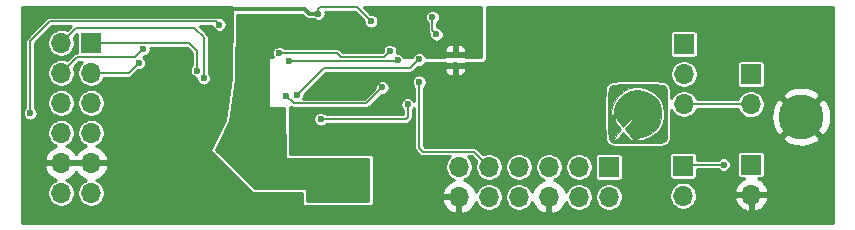
<source format=gbr>
G04 #@! TF.GenerationSoftware,KiCad,Pcbnew,(5.1.10)-1*
G04 #@! TF.CreationDate,2021-08-03T19:00:01-05:00*
G04 #@! TF.ProjectId,spimux,7370696d-7578-42e6-9b69-6361645f7063,rev?*
G04 #@! TF.SameCoordinates,Original*
G04 #@! TF.FileFunction,Copper,L2,Bot*
G04 #@! TF.FilePolarity,Positive*
%FSLAX46Y46*%
G04 Gerber Fmt 4.6, Leading zero omitted, Abs format (unit mm)*
G04 Created by KiCad (PCBNEW (5.1.10)-1) date 2021-08-03 19:00:01*
%MOMM*%
%LPD*%
G01*
G04 APERTURE LIST*
G04 #@! TA.AperFunction,EtchedComponent*
%ADD10C,0.010000*%
G04 #@! TD*
G04 #@! TA.AperFunction,ComponentPad*
%ADD11C,3.800000*%
G04 #@! TD*
G04 #@! TA.AperFunction,ComponentPad*
%ADD12O,1.700000X1.700000*%
G04 #@! TD*
G04 #@! TA.AperFunction,ComponentPad*
%ADD13R,1.700000X1.700000*%
G04 #@! TD*
G04 #@! TA.AperFunction,ViaPad*
%ADD14C,0.600000*%
G04 #@! TD*
G04 #@! TA.AperFunction,Conductor*
%ADD15C,0.160000*%
G04 #@! TD*
G04 #@! TA.AperFunction,Conductor*
%ADD16C,0.300000*%
G04 #@! TD*
G04 #@! TA.AperFunction,Conductor*
%ADD17C,0.500000*%
G04 #@! TD*
G04 #@! TA.AperFunction,Conductor*
%ADD18C,0.254000*%
G04 #@! TD*
G04 #@! TA.AperFunction,Conductor*
%ADD19C,0.100000*%
G04 #@! TD*
G04 APERTURE END LIST*
D10*
G36*
X151995485Y-97245310D02*
G01*
X151481716Y-97248253D01*
X151095440Y-97255019D01*
X150815739Y-97267127D01*
X150621693Y-97286101D01*
X150492383Y-97313460D01*
X150406890Y-97350727D01*
X150344295Y-97399423D01*
X150329333Y-97414000D01*
X150277448Y-97474085D01*
X150237383Y-97551680D01*
X150207618Y-97667706D01*
X150186630Y-97843079D01*
X150172899Y-98098721D01*
X150164903Y-98455549D01*
X150161120Y-98934484D01*
X150160030Y-99556443D01*
X150160000Y-99742333D01*
X150160643Y-100404515D01*
X150163587Y-100918284D01*
X150170352Y-101304560D01*
X150182461Y-101584261D01*
X150201434Y-101778307D01*
X150228794Y-101907617D01*
X150266061Y-101993110D01*
X150314756Y-102055705D01*
X150329333Y-102070667D01*
X150389419Y-102122552D01*
X150467014Y-102162617D01*
X150583039Y-102192382D01*
X150758413Y-102213370D01*
X151014055Y-102227101D01*
X151370883Y-102235097D01*
X151849817Y-102238880D01*
X152471776Y-102239970D01*
X152657667Y-102240000D01*
X153319848Y-102239357D01*
X153833618Y-102236413D01*
X154219893Y-102229648D01*
X154499595Y-102217539D01*
X154693641Y-102198566D01*
X154822951Y-102171206D01*
X154908444Y-102133939D01*
X154971038Y-102085244D01*
X154986000Y-102070667D01*
X155037886Y-102010581D01*
X155077950Y-101932986D01*
X155107716Y-101816961D01*
X155128703Y-101641587D01*
X155142435Y-101385945D01*
X155150431Y-101029117D01*
X155154213Y-100550183D01*
X155155303Y-99928224D01*
X155155333Y-99742333D01*
X155155161Y-99564391D01*
X154892676Y-99564391D01*
X154879350Y-100067728D01*
X154758710Y-100558021D01*
X154528494Y-101013049D01*
X154186437Y-101410592D01*
X153730277Y-101728428D01*
X153293215Y-101906892D01*
X153029786Y-101963933D01*
X152787098Y-101979007D01*
X152611558Y-101953785D01*
X152592594Y-101934250D01*
X152276667Y-101934250D01*
X152227105Y-101993263D01*
X152092150Y-101932464D01*
X151892395Y-101764105D01*
X151758768Y-101626167D01*
X151429528Y-101266333D01*
X151109955Y-101626167D01*
X150893142Y-101843318D01*
X150717384Y-101969271D01*
X150607597Y-101989451D01*
X150583333Y-101934250D01*
X150633660Y-101847365D01*
X150764952Y-101671855D01*
X150929884Y-101468583D01*
X151276435Y-101054667D01*
X150927446Y-100637837D01*
X150736330Y-100385071D01*
X150656232Y-100219579D01*
X150671195Y-100163692D01*
X150774708Y-100129149D01*
X150791449Y-100136022D01*
X150856483Y-100212409D01*
X150994922Y-100377845D01*
X151117842Y-100525562D01*
X151416719Y-100885458D01*
X151752006Y-100493206D01*
X151957389Y-100279780D01*
X152115842Y-100167212D01*
X152184418Y-100160981D01*
X152192884Y-100259812D01*
X152070356Y-100463656D01*
X151932555Y-100637837D01*
X151583565Y-101054667D01*
X151930116Y-101468583D01*
X152109417Y-101690253D01*
X152234628Y-101859410D01*
X152276667Y-101934250D01*
X152592594Y-101934250D01*
X152549574Y-101889938D01*
X152551821Y-101880205D01*
X152649795Y-101806562D01*
X152857891Y-101740652D01*
X152981971Y-101717925D01*
X153506891Y-101566417D01*
X153944611Y-101291257D01*
X154286605Y-100918739D01*
X154524348Y-100475157D01*
X154649313Y-99986806D01*
X154652977Y-99479980D01*
X154526812Y-98980974D01*
X154262295Y-98516082D01*
X154085455Y-98314545D01*
X153634772Y-97975426D01*
X153125358Y-97779956D01*
X152588642Y-97728455D01*
X152056058Y-97821240D01*
X151559037Y-98058628D01*
X151274610Y-98286124D01*
X150943455Y-98678087D01*
X150748233Y-99108827D01*
X150680257Y-99430741D01*
X150621126Y-99682284D01*
X150544010Y-99826666D01*
X150470474Y-99849280D01*
X150422084Y-99735525D01*
X150414000Y-99611045D01*
X150471861Y-99138688D01*
X150656613Y-98706268D01*
X150985013Y-98277986D01*
X151088023Y-98170874D01*
X151512990Y-97809996D01*
X151943798Y-97595023D01*
X152428738Y-97507932D01*
X152845819Y-97514836D01*
X153428837Y-97629792D01*
X153918122Y-97865031D01*
X154311413Y-98198331D01*
X154606444Y-98607472D01*
X154800953Y-99070232D01*
X154892676Y-99564391D01*
X155155161Y-99564391D01*
X155154690Y-99080152D01*
X155151747Y-98566382D01*
X155144981Y-98180107D01*
X155132873Y-97900405D01*
X155113899Y-97706359D01*
X155086540Y-97577049D01*
X155049273Y-97491556D01*
X155000577Y-97428962D01*
X154986000Y-97414000D01*
X154925915Y-97362114D01*
X154848320Y-97322050D01*
X154732294Y-97292284D01*
X154556921Y-97271297D01*
X154301279Y-97257565D01*
X153944451Y-97249569D01*
X153465516Y-97245787D01*
X152843557Y-97244697D01*
X152657667Y-97244667D01*
X151995485Y-97245310D01*
G37*
X151995485Y-97245310D02*
X151481716Y-97248253D01*
X151095440Y-97255019D01*
X150815739Y-97267127D01*
X150621693Y-97286101D01*
X150492383Y-97313460D01*
X150406890Y-97350727D01*
X150344295Y-97399423D01*
X150329333Y-97414000D01*
X150277448Y-97474085D01*
X150237383Y-97551680D01*
X150207618Y-97667706D01*
X150186630Y-97843079D01*
X150172899Y-98098721D01*
X150164903Y-98455549D01*
X150161120Y-98934484D01*
X150160030Y-99556443D01*
X150160000Y-99742333D01*
X150160643Y-100404515D01*
X150163587Y-100918284D01*
X150170352Y-101304560D01*
X150182461Y-101584261D01*
X150201434Y-101778307D01*
X150228794Y-101907617D01*
X150266061Y-101993110D01*
X150314756Y-102055705D01*
X150329333Y-102070667D01*
X150389419Y-102122552D01*
X150467014Y-102162617D01*
X150583039Y-102192382D01*
X150758413Y-102213370D01*
X151014055Y-102227101D01*
X151370883Y-102235097D01*
X151849817Y-102238880D01*
X152471776Y-102239970D01*
X152657667Y-102240000D01*
X153319848Y-102239357D01*
X153833618Y-102236413D01*
X154219893Y-102229648D01*
X154499595Y-102217539D01*
X154693641Y-102198566D01*
X154822951Y-102171206D01*
X154908444Y-102133939D01*
X154971038Y-102085244D01*
X154986000Y-102070667D01*
X155037886Y-102010581D01*
X155077950Y-101932986D01*
X155107716Y-101816961D01*
X155128703Y-101641587D01*
X155142435Y-101385945D01*
X155150431Y-101029117D01*
X155154213Y-100550183D01*
X155155303Y-99928224D01*
X155155333Y-99742333D01*
X155155161Y-99564391D01*
X154892676Y-99564391D01*
X154879350Y-100067728D01*
X154758710Y-100558021D01*
X154528494Y-101013049D01*
X154186437Y-101410592D01*
X153730277Y-101728428D01*
X153293215Y-101906892D01*
X153029786Y-101963933D01*
X152787098Y-101979007D01*
X152611558Y-101953785D01*
X152592594Y-101934250D01*
X152276667Y-101934250D01*
X152227105Y-101993263D01*
X152092150Y-101932464D01*
X151892395Y-101764105D01*
X151758768Y-101626167D01*
X151429528Y-101266333D01*
X151109955Y-101626167D01*
X150893142Y-101843318D01*
X150717384Y-101969271D01*
X150607597Y-101989451D01*
X150583333Y-101934250D01*
X150633660Y-101847365D01*
X150764952Y-101671855D01*
X150929884Y-101468583D01*
X151276435Y-101054667D01*
X150927446Y-100637837D01*
X150736330Y-100385071D01*
X150656232Y-100219579D01*
X150671195Y-100163692D01*
X150774708Y-100129149D01*
X150791449Y-100136022D01*
X150856483Y-100212409D01*
X150994922Y-100377845D01*
X151117842Y-100525562D01*
X151416719Y-100885458D01*
X151752006Y-100493206D01*
X151957389Y-100279780D01*
X152115842Y-100167212D01*
X152184418Y-100160981D01*
X152192884Y-100259812D01*
X152070356Y-100463656D01*
X151932555Y-100637837D01*
X151583565Y-101054667D01*
X151930116Y-101468583D01*
X152109417Y-101690253D01*
X152234628Y-101859410D01*
X152276667Y-101934250D01*
X152592594Y-101934250D01*
X152549574Y-101889938D01*
X152551821Y-101880205D01*
X152649795Y-101806562D01*
X152857891Y-101740652D01*
X152981971Y-101717925D01*
X153506891Y-101566417D01*
X153944611Y-101291257D01*
X154286605Y-100918739D01*
X154524348Y-100475157D01*
X154649313Y-99986806D01*
X154652977Y-99479980D01*
X154526812Y-98980974D01*
X154262295Y-98516082D01*
X154085455Y-98314545D01*
X153634772Y-97975426D01*
X153125358Y-97779956D01*
X152588642Y-97728455D01*
X152056058Y-97821240D01*
X151559037Y-98058628D01*
X151274610Y-98286124D01*
X150943455Y-98678087D01*
X150748233Y-99108827D01*
X150680257Y-99430741D01*
X150621126Y-99682284D01*
X150544010Y-99826666D01*
X150470474Y-99849280D01*
X150422084Y-99735525D01*
X150414000Y-99611045D01*
X150471861Y-99138688D01*
X150656613Y-98706268D01*
X150985013Y-98277986D01*
X151088023Y-98170874D01*
X151512990Y-97809996D01*
X151943798Y-97595023D01*
X152428738Y-97507932D01*
X152845819Y-97514836D01*
X153428837Y-97629792D01*
X153918122Y-97865031D01*
X154311413Y-98198331D01*
X154606444Y-98607472D01*
X154800953Y-99070232D01*
X154892676Y-99564391D01*
X155155161Y-99564391D01*
X155154690Y-99080152D01*
X155151747Y-98566382D01*
X155144981Y-98180107D01*
X155132873Y-97900405D01*
X155113899Y-97706359D01*
X155086540Y-97577049D01*
X155049273Y-97491556D01*
X155000577Y-97428962D01*
X154986000Y-97414000D01*
X154925915Y-97362114D01*
X154848320Y-97322050D01*
X154732294Y-97292284D01*
X154556921Y-97271297D01*
X154301279Y-97257565D01*
X153944451Y-97249569D01*
X153465516Y-97245787D01*
X152843557Y-97244697D01*
X152657667Y-97244667D01*
X151995485Y-97245310D01*
D11*
X166500000Y-100000000D03*
D12*
X137510000Y-106780000D03*
X137510000Y-104240000D03*
X140050000Y-106780000D03*
X140050000Y-104240000D03*
X142590000Y-106780000D03*
X142590000Y-104240000D03*
X145130000Y-106780000D03*
X145130000Y-104240000D03*
X147670000Y-106780000D03*
X147670000Y-104240000D03*
X150210000Y-106780000D03*
D13*
X150210000Y-104240000D03*
D12*
X156560000Y-98910000D03*
X156560000Y-96370000D03*
D13*
X156560000Y-93830000D03*
D12*
X162220000Y-98940000D03*
D13*
X162220000Y-96400000D03*
D12*
X103830000Y-106440000D03*
X106370000Y-106440000D03*
X103830000Y-103900000D03*
X106370000Y-103900000D03*
X103830000Y-101360000D03*
X106370000Y-101360000D03*
X103830000Y-98820000D03*
X106370000Y-98820000D03*
X103830000Y-96280000D03*
X106370000Y-96280000D03*
X103830000Y-93740000D03*
D13*
X106370000Y-93740000D03*
D12*
X162250000Y-106580000D03*
D13*
X162250000Y-104040000D03*
D12*
X156480000Y-106680000D03*
D13*
X156480000Y-104140000D03*
G04 #@! TA.AperFunction,SMDPad,CuDef*
G36*
G01*
X137030000Y-95390000D02*
X137370000Y-95390000D01*
G75*
G02*
X137510000Y-95530000I0J-140000D01*
G01*
X137510000Y-95810000D01*
G75*
G02*
X137370000Y-95950000I-140000J0D01*
G01*
X137030000Y-95950000D01*
G75*
G02*
X136890000Y-95810000I0J140000D01*
G01*
X136890000Y-95530000D01*
G75*
G02*
X137030000Y-95390000I140000J0D01*
G01*
G37*
G04 #@! TD.AperFunction*
G04 #@! TA.AperFunction,SMDPad,CuDef*
G36*
G01*
X137030000Y-94430000D02*
X137370000Y-94430000D01*
G75*
G02*
X137510000Y-94570000I0J-140000D01*
G01*
X137510000Y-94850000D01*
G75*
G02*
X137370000Y-94990000I-140000J0D01*
G01*
X137030000Y-94990000D01*
G75*
G02*
X136890000Y-94850000I0J140000D01*
G01*
X136890000Y-94570000D01*
G75*
G02*
X137030000Y-94430000I140000J0D01*
G01*
G37*
G04 #@! TD.AperFunction*
D14*
X130070000Y-91910000D03*
X135870000Y-96240000D03*
X113110000Y-101690000D03*
X114690000Y-99660000D03*
X116230000Y-101690000D03*
X131530000Y-103670000D03*
X131560000Y-107550000D03*
X124840000Y-107830000D03*
X159850000Y-107240000D03*
X163660000Y-102680000D03*
X125600000Y-91270000D03*
X111370000Y-91310000D03*
X117650000Y-97890000D03*
X138030000Y-91560000D03*
X128280000Y-91350000D03*
X121520000Y-99780000D03*
X121520000Y-102840000D03*
X127150000Y-104060000D03*
X129250000Y-105300000D03*
X127150000Y-106590000D03*
X125030000Y-105300000D03*
X159920000Y-104040000D03*
X138160011Y-92949989D03*
X127775000Y-94365022D03*
X101210000Y-99700000D03*
X117220000Y-92190000D03*
X110780000Y-94290000D03*
X110390000Y-95440000D03*
X115905000Y-96735000D03*
X115355000Y-96085000D03*
X134150000Y-97040000D03*
X133177500Y-98942500D03*
X125825000Y-100195000D03*
X134140000Y-95140000D03*
X135270000Y-91560000D03*
X135610000Y-93020000D03*
X123780000Y-98180000D03*
X122285000Y-94605000D03*
X131675000Y-94435000D03*
X123140000Y-95250000D03*
X132325000Y-95225000D03*
X122866998Y-98230000D03*
X131025000Y-97510009D03*
D15*
X125600000Y-91270000D02*
X125600000Y-90910000D01*
X125600000Y-90910000D02*
X125770000Y-90740000D01*
X128900000Y-90740000D02*
X130070000Y-91910000D01*
X125770000Y-90740000D02*
X128900000Y-90740000D01*
D16*
X124840000Y-91270000D02*
X125600000Y-91270000D01*
X124454999Y-90884999D02*
X124840000Y-91270000D01*
X118355001Y-90884999D02*
X124454999Y-90884999D01*
X117880000Y-91360000D02*
X118355001Y-90884999D01*
D15*
X159920000Y-104040000D02*
X156580000Y-104040000D01*
D17*
X138035001Y-91565001D02*
X138035001Y-92824979D01*
D15*
X101210000Y-99700000D02*
X101210000Y-93610000D01*
X101210000Y-93610000D02*
X102890000Y-91930000D01*
X102890000Y-91930000D02*
X116960000Y-91930000D01*
X116960000Y-91930000D02*
X117220000Y-92190000D01*
X110105001Y-94964999D02*
X110780000Y-94290000D01*
X105145001Y-94964999D02*
X110105001Y-94964999D01*
X103830000Y-96280000D02*
X105145001Y-94964999D01*
X106370000Y-96280000D02*
X109550000Y-96280000D01*
X109550000Y-96280000D02*
X110390000Y-95440000D01*
X115905000Y-96735000D02*
X115905000Y-93265000D01*
X115905000Y-93265000D02*
X115100000Y-92460000D01*
X105110000Y-92460000D02*
X103830000Y-93740000D01*
X115100000Y-92460000D02*
X105110000Y-92460000D01*
X115355000Y-96085000D02*
X115355000Y-94435000D01*
X114660000Y-93740000D02*
X106370000Y-93740000D01*
X115355000Y-94435000D02*
X114660000Y-93740000D01*
X138750000Y-102940000D02*
X140050000Y-104240000D01*
X134470000Y-102940000D02*
X138750000Y-102940000D01*
X134150000Y-102620000D02*
X134470000Y-102940000D01*
X134150000Y-97040000D02*
X134150000Y-102620000D01*
X162220000Y-98940000D02*
X156590000Y-98940000D01*
X125825000Y-100195000D02*
X133015000Y-100195000D01*
X133177500Y-100032500D02*
X133177500Y-98942500D01*
X133015000Y-100195000D02*
X133177500Y-100032500D01*
X135270000Y-91560000D02*
X135270000Y-92680000D01*
X135270000Y-92680000D02*
X135610000Y-93020000D01*
X126090000Y-95870000D02*
X123780000Y-98180000D01*
X134140000Y-95140000D02*
X133410000Y-95870000D01*
X133410000Y-95870000D02*
X126090000Y-95870000D01*
X131375001Y-94734999D02*
X131675000Y-94435000D01*
X127544599Y-94925017D02*
X131184983Y-94925017D01*
X127224584Y-94605000D02*
X127544599Y-94925017D01*
X122285000Y-94605000D02*
X127224584Y-94605000D01*
X131184983Y-94925017D02*
X131375001Y-94734999D01*
X123140000Y-95250000D02*
X132300000Y-95250000D01*
X123506998Y-98870000D02*
X129665009Y-98870000D01*
X122866998Y-98230000D02*
X123506998Y-98870000D01*
X129665009Y-98870000D02*
X131025000Y-97510009D01*
D18*
X118261855Y-90702189D02*
X118216696Y-96755408D01*
X117720209Y-100241684D01*
X116507361Y-102674084D01*
X116479283Y-102756205D01*
X116473000Y-102820000D01*
X116479283Y-102883795D01*
X116497891Y-102945137D01*
X116528109Y-103001671D01*
X116568776Y-103051224D01*
X118378776Y-104861224D01*
X118383384Y-104865742D01*
X119933384Y-106355742D01*
X119977086Y-106391056D01*
X120033481Y-106421533D01*
X120094738Y-106440421D01*
X120158503Y-106446997D01*
X124200028Y-106465494D01*
X124193014Y-107237027D01*
X124199283Y-107303795D01*
X124217891Y-107365137D01*
X124248109Y-107421671D01*
X124288776Y-107471224D01*
X124338329Y-107511891D01*
X124394863Y-107542109D01*
X124456205Y-107560717D01*
X124520000Y-107567000D01*
X129970000Y-107567000D01*
X130033795Y-107560717D01*
X130095137Y-107542109D01*
X130151671Y-107511891D01*
X130201224Y-107471224D01*
X130241891Y-107421671D01*
X130272109Y-107365137D01*
X130290717Y-107303795D01*
X130297000Y-107240000D01*
X130297000Y-107136891D01*
X136068519Y-107136891D01*
X136165843Y-107411252D01*
X136314822Y-107661355D01*
X136509731Y-107877588D01*
X136743080Y-108051641D01*
X137005901Y-108176825D01*
X137153110Y-108221476D01*
X137383000Y-108100155D01*
X137383000Y-106907000D01*
X136189186Y-106907000D01*
X136068519Y-107136891D01*
X130297000Y-107136891D01*
X130297000Y-103440000D01*
X130290717Y-103376205D01*
X130272109Y-103314863D01*
X130241891Y-103258329D01*
X130201224Y-103208776D01*
X130151671Y-103168109D01*
X130095137Y-103137891D01*
X130033795Y-103119283D01*
X129970000Y-103113000D01*
X128799448Y-103113000D01*
X123206249Y-103122448D01*
X123199394Y-100133246D01*
X125198000Y-100133246D01*
X125198000Y-100256754D01*
X125222095Y-100377889D01*
X125269360Y-100491996D01*
X125337977Y-100594689D01*
X125425311Y-100682023D01*
X125528004Y-100750640D01*
X125642111Y-100797905D01*
X125763246Y-100822000D01*
X125886754Y-100822000D01*
X126007889Y-100797905D01*
X126121996Y-100750640D01*
X126224689Y-100682023D01*
X126304712Y-100602000D01*
X132995011Y-100602000D01*
X133015000Y-100603969D01*
X133034989Y-100602000D01*
X133034992Y-100602000D01*
X133094786Y-100596111D01*
X133171506Y-100572838D01*
X133242211Y-100535045D01*
X133304185Y-100484185D01*
X133316938Y-100468645D01*
X133451150Y-100334434D01*
X133466685Y-100321685D01*
X133517545Y-100259711D01*
X133555338Y-100189006D01*
X133578611Y-100112286D01*
X133584500Y-100052492D01*
X133584500Y-100052490D01*
X133586469Y-100032500D01*
X133584500Y-100012511D01*
X133584500Y-99422212D01*
X133664523Y-99342189D01*
X133733140Y-99239496D01*
X133743000Y-99215691D01*
X133743001Y-102600001D01*
X133741031Y-102620000D01*
X133748201Y-102692791D01*
X133748890Y-102699786D01*
X133755950Y-102723058D01*
X133772162Y-102776505D01*
X133809955Y-102847211D01*
X133821615Y-102861418D01*
X133860816Y-102909185D01*
X133876350Y-102921934D01*
X134168070Y-103213654D01*
X134180815Y-103229185D01*
X134196343Y-103241928D01*
X134242788Y-103280045D01*
X134261413Y-103290000D01*
X134313494Y-103317838D01*
X134390214Y-103341111D01*
X134450008Y-103347000D01*
X134450010Y-103347000D01*
X134469999Y-103348969D01*
X134489989Y-103347000D01*
X136738470Y-103347000D01*
X136595764Y-103489706D01*
X136466956Y-103682481D01*
X136378231Y-103896682D01*
X136333000Y-104124076D01*
X136333000Y-104355924D01*
X136378231Y-104583318D01*
X136466956Y-104797519D01*
X136595764Y-104990294D01*
X136759706Y-105154236D01*
X136952481Y-105283044D01*
X137114612Y-105350201D01*
X137005901Y-105383175D01*
X136743080Y-105508359D01*
X136509731Y-105682412D01*
X136314822Y-105898645D01*
X136165843Y-106148748D01*
X136068519Y-106423109D01*
X136189186Y-106653000D01*
X137383000Y-106653000D01*
X137383000Y-106633000D01*
X137637000Y-106633000D01*
X137637000Y-106653000D01*
X137657000Y-106653000D01*
X137657000Y-106907000D01*
X137637000Y-106907000D01*
X137637000Y-108100155D01*
X137866890Y-108221476D01*
X138014099Y-108176825D01*
X138276920Y-108051641D01*
X138510269Y-107877588D01*
X138705178Y-107661355D01*
X138854157Y-107411252D01*
X138938736Y-107172821D01*
X139006956Y-107337519D01*
X139135764Y-107530294D01*
X139299706Y-107694236D01*
X139492481Y-107823044D01*
X139706682Y-107911769D01*
X139934076Y-107957000D01*
X140165924Y-107957000D01*
X140393318Y-107911769D01*
X140607519Y-107823044D01*
X140800294Y-107694236D01*
X140964236Y-107530294D01*
X141093044Y-107337519D01*
X141181769Y-107123318D01*
X141227000Y-106895924D01*
X141227000Y-106664076D01*
X141413000Y-106664076D01*
X141413000Y-106895924D01*
X141458231Y-107123318D01*
X141546956Y-107337519D01*
X141675764Y-107530294D01*
X141839706Y-107694236D01*
X142032481Y-107823044D01*
X142246682Y-107911769D01*
X142474076Y-107957000D01*
X142705924Y-107957000D01*
X142933318Y-107911769D01*
X143147519Y-107823044D01*
X143340294Y-107694236D01*
X143504236Y-107530294D01*
X143633044Y-107337519D01*
X143701264Y-107172821D01*
X143785843Y-107411252D01*
X143934822Y-107661355D01*
X144129731Y-107877588D01*
X144363080Y-108051641D01*
X144625901Y-108176825D01*
X144773110Y-108221476D01*
X145003000Y-108100155D01*
X145003000Y-106907000D01*
X144983000Y-106907000D01*
X144983000Y-106653000D01*
X145003000Y-106653000D01*
X145003000Y-106633000D01*
X145257000Y-106633000D01*
X145257000Y-106653000D01*
X145277000Y-106653000D01*
X145277000Y-106907000D01*
X145257000Y-106907000D01*
X145257000Y-108100155D01*
X145486890Y-108221476D01*
X145634099Y-108176825D01*
X145896920Y-108051641D01*
X146130269Y-107877588D01*
X146325178Y-107661355D01*
X146474157Y-107411252D01*
X146558736Y-107172821D01*
X146626956Y-107337519D01*
X146755764Y-107530294D01*
X146919706Y-107694236D01*
X147112481Y-107823044D01*
X147326682Y-107911769D01*
X147554076Y-107957000D01*
X147785924Y-107957000D01*
X148013318Y-107911769D01*
X148227519Y-107823044D01*
X148420294Y-107694236D01*
X148584236Y-107530294D01*
X148713044Y-107337519D01*
X148801769Y-107123318D01*
X148847000Y-106895924D01*
X148847000Y-106664076D01*
X149033000Y-106664076D01*
X149033000Y-106895924D01*
X149078231Y-107123318D01*
X149166956Y-107337519D01*
X149295764Y-107530294D01*
X149459706Y-107694236D01*
X149652481Y-107823044D01*
X149866682Y-107911769D01*
X150094076Y-107957000D01*
X150325924Y-107957000D01*
X150553318Y-107911769D01*
X150767519Y-107823044D01*
X150960294Y-107694236D01*
X151124236Y-107530294D01*
X151253044Y-107337519D01*
X151341769Y-107123318D01*
X151387000Y-106895924D01*
X151387000Y-106664076D01*
X151367109Y-106564076D01*
X155303000Y-106564076D01*
X155303000Y-106795924D01*
X155348231Y-107023318D01*
X155436956Y-107237519D01*
X155565764Y-107430294D01*
X155729706Y-107594236D01*
X155922481Y-107723044D01*
X156136682Y-107811769D01*
X156364076Y-107857000D01*
X156595924Y-107857000D01*
X156823318Y-107811769D01*
X157037519Y-107723044D01*
X157230294Y-107594236D01*
X157394236Y-107430294D01*
X157523044Y-107237519D01*
X157611769Y-107023318D01*
X157628960Y-106936890D01*
X160808524Y-106936890D01*
X160853175Y-107084099D01*
X160978359Y-107346920D01*
X161152412Y-107580269D01*
X161368645Y-107775178D01*
X161618748Y-107924157D01*
X161893109Y-108021481D01*
X162123000Y-107900814D01*
X162123000Y-106707000D01*
X162377000Y-106707000D01*
X162377000Y-107900814D01*
X162606891Y-108021481D01*
X162881252Y-107924157D01*
X163131355Y-107775178D01*
X163347588Y-107580269D01*
X163521641Y-107346920D01*
X163646825Y-107084099D01*
X163691476Y-106936890D01*
X163570155Y-106707000D01*
X162377000Y-106707000D01*
X162123000Y-106707000D01*
X160929845Y-106707000D01*
X160808524Y-106936890D01*
X157628960Y-106936890D01*
X157657000Y-106795924D01*
X157657000Y-106564076D01*
X157611769Y-106336682D01*
X157564726Y-106223110D01*
X160808524Y-106223110D01*
X160929845Y-106453000D01*
X162123000Y-106453000D01*
X162123000Y-106433000D01*
X162377000Y-106433000D01*
X162377000Y-106453000D01*
X163570155Y-106453000D01*
X163691476Y-106223110D01*
X163646825Y-106075901D01*
X163521641Y-105813080D01*
X163347588Y-105579731D01*
X163131355Y-105384822D01*
X162881252Y-105235843D01*
X162832592Y-105218582D01*
X163100000Y-105218582D01*
X163164103Y-105212268D01*
X163225743Y-105193570D01*
X163282550Y-105163206D01*
X163332343Y-105122343D01*
X163373206Y-105072550D01*
X163403570Y-105015743D01*
X163422268Y-104954103D01*
X163428582Y-104890000D01*
X163428582Y-103190000D01*
X163422268Y-103125897D01*
X163403570Y-103064257D01*
X163373206Y-103007450D01*
X163332343Y-102957657D01*
X163282550Y-102916794D01*
X163225743Y-102886430D01*
X163164103Y-102867732D01*
X163100000Y-102861418D01*
X161400000Y-102861418D01*
X161335897Y-102867732D01*
X161274257Y-102886430D01*
X161217450Y-102916794D01*
X161167657Y-102957657D01*
X161126794Y-103007450D01*
X161096430Y-103064257D01*
X161077732Y-103125897D01*
X161071418Y-103190000D01*
X161071418Y-104890000D01*
X161077732Y-104954103D01*
X161096430Y-105015743D01*
X161126794Y-105072550D01*
X161167657Y-105122343D01*
X161217450Y-105163206D01*
X161274257Y-105193570D01*
X161335897Y-105212268D01*
X161400000Y-105218582D01*
X161667408Y-105218582D01*
X161618748Y-105235843D01*
X161368645Y-105384822D01*
X161152412Y-105579731D01*
X160978359Y-105813080D01*
X160853175Y-106075901D01*
X160808524Y-106223110D01*
X157564726Y-106223110D01*
X157523044Y-106122481D01*
X157394236Y-105929706D01*
X157230294Y-105765764D01*
X157037519Y-105636956D01*
X156823318Y-105548231D01*
X156595924Y-105503000D01*
X156364076Y-105503000D01*
X156136682Y-105548231D01*
X155922481Y-105636956D01*
X155729706Y-105765764D01*
X155565764Y-105929706D01*
X155436956Y-106122481D01*
X155348231Y-106336682D01*
X155303000Y-106564076D01*
X151367109Y-106564076D01*
X151341769Y-106436682D01*
X151253044Y-106222481D01*
X151124236Y-106029706D01*
X150960294Y-105865764D01*
X150767519Y-105736956D01*
X150553318Y-105648231D01*
X150325924Y-105603000D01*
X150094076Y-105603000D01*
X149866682Y-105648231D01*
X149652481Y-105736956D01*
X149459706Y-105865764D01*
X149295764Y-106029706D01*
X149166956Y-106222481D01*
X149078231Y-106436682D01*
X149033000Y-106664076D01*
X148847000Y-106664076D01*
X148801769Y-106436682D01*
X148713044Y-106222481D01*
X148584236Y-106029706D01*
X148420294Y-105865764D01*
X148227519Y-105736956D01*
X148013318Y-105648231D01*
X147785924Y-105603000D01*
X147554076Y-105603000D01*
X147326682Y-105648231D01*
X147112481Y-105736956D01*
X146919706Y-105865764D01*
X146755764Y-106029706D01*
X146626956Y-106222481D01*
X146558736Y-106387179D01*
X146474157Y-106148748D01*
X146325178Y-105898645D01*
X146130269Y-105682412D01*
X145896920Y-105508359D01*
X145634099Y-105383175D01*
X145525388Y-105350201D01*
X145687519Y-105283044D01*
X145880294Y-105154236D01*
X146044236Y-104990294D01*
X146173044Y-104797519D01*
X146261769Y-104583318D01*
X146307000Y-104355924D01*
X146307000Y-104124076D01*
X146493000Y-104124076D01*
X146493000Y-104355924D01*
X146538231Y-104583318D01*
X146626956Y-104797519D01*
X146755764Y-104990294D01*
X146919706Y-105154236D01*
X147112481Y-105283044D01*
X147326682Y-105371769D01*
X147554076Y-105417000D01*
X147785924Y-105417000D01*
X148013318Y-105371769D01*
X148227519Y-105283044D01*
X148420294Y-105154236D01*
X148584236Y-104990294D01*
X148713044Y-104797519D01*
X148801769Y-104583318D01*
X148847000Y-104355924D01*
X148847000Y-104124076D01*
X148801769Y-103896682D01*
X148713044Y-103682481D01*
X148584236Y-103489706D01*
X148484530Y-103390000D01*
X149031418Y-103390000D01*
X149031418Y-105090000D01*
X149037732Y-105154103D01*
X149056430Y-105215743D01*
X149086794Y-105272550D01*
X149127657Y-105322343D01*
X149177450Y-105363206D01*
X149234257Y-105393570D01*
X149295897Y-105412268D01*
X149360000Y-105418582D01*
X151060000Y-105418582D01*
X151124103Y-105412268D01*
X151185743Y-105393570D01*
X151242550Y-105363206D01*
X151292343Y-105322343D01*
X151333206Y-105272550D01*
X151363570Y-105215743D01*
X151382268Y-105154103D01*
X151388582Y-105090000D01*
X151388582Y-103390000D01*
X151382268Y-103325897D01*
X151371379Y-103290000D01*
X155301418Y-103290000D01*
X155301418Y-104990000D01*
X155307732Y-105054103D01*
X155326430Y-105115743D01*
X155356794Y-105172550D01*
X155397657Y-105222343D01*
X155447450Y-105263206D01*
X155504257Y-105293570D01*
X155565897Y-105312268D01*
X155630000Y-105318582D01*
X157330000Y-105318582D01*
X157394103Y-105312268D01*
X157455743Y-105293570D01*
X157512550Y-105263206D01*
X157562343Y-105222343D01*
X157603206Y-105172550D01*
X157633570Y-105115743D01*
X157652268Y-105054103D01*
X157658582Y-104990000D01*
X157658582Y-104447000D01*
X159440288Y-104447000D01*
X159520311Y-104527023D01*
X159623004Y-104595640D01*
X159737111Y-104642905D01*
X159858246Y-104667000D01*
X159981754Y-104667000D01*
X160102889Y-104642905D01*
X160216996Y-104595640D01*
X160319689Y-104527023D01*
X160407023Y-104439689D01*
X160475640Y-104336996D01*
X160522905Y-104222889D01*
X160547000Y-104101754D01*
X160547000Y-103978246D01*
X160522905Y-103857111D01*
X160475640Y-103743004D01*
X160407023Y-103640311D01*
X160319689Y-103552977D01*
X160216996Y-103484360D01*
X160102889Y-103437095D01*
X159981754Y-103413000D01*
X159858246Y-103413000D01*
X159737111Y-103437095D01*
X159623004Y-103484360D01*
X159520311Y-103552977D01*
X159440288Y-103633000D01*
X157658582Y-103633000D01*
X157658582Y-103290000D01*
X157652268Y-103225897D01*
X157633570Y-103164257D01*
X157603206Y-103107450D01*
X157562343Y-103057657D01*
X157512550Y-103016794D01*
X157455743Y-102986430D01*
X157394103Y-102967732D01*
X157330000Y-102961418D01*
X155630000Y-102961418D01*
X155565897Y-102967732D01*
X155504257Y-102986430D01*
X155447450Y-103016794D01*
X155397657Y-103057657D01*
X155356794Y-103107450D01*
X155326430Y-103164257D01*
X155307732Y-103225897D01*
X155301418Y-103290000D01*
X151371379Y-103290000D01*
X151363570Y-103264257D01*
X151333206Y-103207450D01*
X151292343Y-103157657D01*
X151242550Y-103116794D01*
X151185743Y-103086430D01*
X151124103Y-103067732D01*
X151060000Y-103061418D01*
X149360000Y-103061418D01*
X149295897Y-103067732D01*
X149234257Y-103086430D01*
X149177450Y-103116794D01*
X149127657Y-103157657D01*
X149086794Y-103207450D01*
X149056430Y-103264257D01*
X149037732Y-103325897D01*
X149031418Y-103390000D01*
X148484530Y-103390000D01*
X148420294Y-103325764D01*
X148227519Y-103196956D01*
X148013318Y-103108231D01*
X147785924Y-103063000D01*
X147554076Y-103063000D01*
X147326682Y-103108231D01*
X147112481Y-103196956D01*
X146919706Y-103325764D01*
X146755764Y-103489706D01*
X146626956Y-103682481D01*
X146538231Y-103896682D01*
X146493000Y-104124076D01*
X146307000Y-104124076D01*
X146261769Y-103896682D01*
X146173044Y-103682481D01*
X146044236Y-103489706D01*
X145880294Y-103325764D01*
X145687519Y-103196956D01*
X145473318Y-103108231D01*
X145245924Y-103063000D01*
X145014076Y-103063000D01*
X144786682Y-103108231D01*
X144572481Y-103196956D01*
X144379706Y-103325764D01*
X144215764Y-103489706D01*
X144086956Y-103682481D01*
X143998231Y-103896682D01*
X143953000Y-104124076D01*
X143953000Y-104355924D01*
X143998231Y-104583318D01*
X144086956Y-104797519D01*
X144215764Y-104990294D01*
X144379706Y-105154236D01*
X144572481Y-105283044D01*
X144734612Y-105350201D01*
X144625901Y-105383175D01*
X144363080Y-105508359D01*
X144129731Y-105682412D01*
X143934822Y-105898645D01*
X143785843Y-106148748D01*
X143701264Y-106387179D01*
X143633044Y-106222481D01*
X143504236Y-106029706D01*
X143340294Y-105865764D01*
X143147519Y-105736956D01*
X142933318Y-105648231D01*
X142705924Y-105603000D01*
X142474076Y-105603000D01*
X142246682Y-105648231D01*
X142032481Y-105736956D01*
X141839706Y-105865764D01*
X141675764Y-106029706D01*
X141546956Y-106222481D01*
X141458231Y-106436682D01*
X141413000Y-106664076D01*
X141227000Y-106664076D01*
X141181769Y-106436682D01*
X141093044Y-106222481D01*
X140964236Y-106029706D01*
X140800294Y-105865764D01*
X140607519Y-105736956D01*
X140393318Y-105648231D01*
X140165924Y-105603000D01*
X139934076Y-105603000D01*
X139706682Y-105648231D01*
X139492481Y-105736956D01*
X139299706Y-105865764D01*
X139135764Y-106029706D01*
X139006956Y-106222481D01*
X138938736Y-106387179D01*
X138854157Y-106148748D01*
X138705178Y-105898645D01*
X138510269Y-105682412D01*
X138276920Y-105508359D01*
X138014099Y-105383175D01*
X137905388Y-105350201D01*
X138067519Y-105283044D01*
X138260294Y-105154236D01*
X138424236Y-104990294D01*
X138553044Y-104797519D01*
X138641769Y-104583318D01*
X138687000Y-104355924D01*
X138687000Y-104124076D01*
X138641769Y-103896682D01*
X138553044Y-103682481D01*
X138424236Y-103489706D01*
X138281530Y-103347000D01*
X138581417Y-103347000D01*
X138980578Y-103746162D01*
X138918231Y-103896682D01*
X138873000Y-104124076D01*
X138873000Y-104355924D01*
X138918231Y-104583318D01*
X139006956Y-104797519D01*
X139135764Y-104990294D01*
X139299706Y-105154236D01*
X139492481Y-105283044D01*
X139706682Y-105371769D01*
X139934076Y-105417000D01*
X140165924Y-105417000D01*
X140393318Y-105371769D01*
X140607519Y-105283044D01*
X140800294Y-105154236D01*
X140964236Y-104990294D01*
X141093044Y-104797519D01*
X141181769Y-104583318D01*
X141227000Y-104355924D01*
X141227000Y-104124076D01*
X141413000Y-104124076D01*
X141413000Y-104355924D01*
X141458231Y-104583318D01*
X141546956Y-104797519D01*
X141675764Y-104990294D01*
X141839706Y-105154236D01*
X142032481Y-105283044D01*
X142246682Y-105371769D01*
X142474076Y-105417000D01*
X142705924Y-105417000D01*
X142933318Y-105371769D01*
X143147519Y-105283044D01*
X143340294Y-105154236D01*
X143504236Y-104990294D01*
X143633044Y-104797519D01*
X143721769Y-104583318D01*
X143767000Y-104355924D01*
X143767000Y-104124076D01*
X143721769Y-103896682D01*
X143633044Y-103682481D01*
X143504236Y-103489706D01*
X143340294Y-103325764D01*
X143147519Y-103196956D01*
X142933318Y-103108231D01*
X142705924Y-103063000D01*
X142474076Y-103063000D01*
X142246682Y-103108231D01*
X142032481Y-103196956D01*
X141839706Y-103325764D01*
X141675764Y-103489706D01*
X141546956Y-103682481D01*
X141458231Y-103896682D01*
X141413000Y-104124076D01*
X141227000Y-104124076D01*
X141181769Y-103896682D01*
X141093044Y-103682481D01*
X140964236Y-103489706D01*
X140800294Y-103325764D01*
X140607519Y-103196956D01*
X140393318Y-103108231D01*
X140165924Y-103063000D01*
X139934076Y-103063000D01*
X139706682Y-103108231D01*
X139556162Y-103170578D01*
X139051939Y-102666356D01*
X139039185Y-102650815D01*
X138977211Y-102599955D01*
X138906506Y-102562162D01*
X138829786Y-102538889D01*
X138769992Y-102533000D01*
X138769989Y-102533000D01*
X138750000Y-102531031D01*
X138730011Y-102533000D01*
X134638584Y-102533000D01*
X134557000Y-102451416D01*
X134557000Y-99742279D01*
X149828000Y-99742279D01*
X149828002Y-99742301D01*
X149828000Y-99742655D01*
X149828643Y-100404837D01*
X149828650Y-100404907D01*
X149828648Y-100406417D01*
X149831592Y-100920186D01*
X149831597Y-100920236D01*
X149831638Y-100924098D01*
X149838403Y-101310373D01*
X149838629Y-101312323D01*
X149838494Y-101314288D01*
X149838663Y-101318920D01*
X149850772Y-101598621D01*
X149851713Y-101605247D01*
X149851617Y-101611952D01*
X149852037Y-101616568D01*
X149871010Y-101810614D01*
X149874138Y-101826432D01*
X149875697Y-101842490D01*
X149876625Y-101847032D01*
X149903985Y-101976342D01*
X149913395Y-102006100D01*
X149922629Y-102036020D01*
X149923497Y-102038049D01*
X149923520Y-102038122D01*
X149923557Y-102038189D01*
X149924452Y-102040282D01*
X149961719Y-102125774D01*
X149965014Y-102131681D01*
X149967359Y-102138027D01*
X149980768Y-102159926D01*
X149993283Y-102182362D01*
X149997665Y-102187519D01*
X150001196Y-102193286D01*
X150004016Y-102196964D01*
X150052711Y-102259559D01*
X150063826Y-102271280D01*
X150073745Y-102284043D01*
X150076957Y-102287385D01*
X150091534Y-102302347D01*
X150100707Y-102310084D01*
X150108862Y-102318894D01*
X150112349Y-102321948D01*
X150172435Y-102373833D01*
X150176004Y-102376351D01*
X150179096Y-102379434D01*
X150202439Y-102395007D01*
X150225375Y-102411193D01*
X150229365Y-102412971D01*
X150232998Y-102415394D01*
X150237102Y-102417549D01*
X150314697Y-102457614D01*
X150317182Y-102458603D01*
X150319455Y-102460023D01*
X150347297Y-102470593D01*
X150374896Y-102481581D01*
X150377524Y-102482069D01*
X150380033Y-102483021D01*
X150384514Y-102484203D01*
X150500539Y-102513968D01*
X150519904Y-102516962D01*
X150538990Y-102521447D01*
X150543588Y-102522030D01*
X150718962Y-102543018D01*
X150727526Y-102543201D01*
X150735980Y-102544612D01*
X150740606Y-102544892D01*
X150996248Y-102558623D01*
X150999124Y-102558496D01*
X151001984Y-102558882D01*
X151006617Y-102559018D01*
X151363446Y-102567014D01*
X151363536Y-102567007D01*
X151363626Y-102567018D01*
X151368261Y-102567087D01*
X151847195Y-102570870D01*
X151847282Y-102570862D01*
X151849235Y-102570879D01*
X152471194Y-102571969D01*
X152471221Y-102571966D01*
X152471722Y-102571970D01*
X152657613Y-102572000D01*
X152657635Y-102571998D01*
X152657989Y-102572000D01*
X153320170Y-102571357D01*
X153320240Y-102571350D01*
X153321750Y-102571352D01*
X153835520Y-102568408D01*
X153835570Y-102568403D01*
X153839432Y-102568362D01*
X154225706Y-102561597D01*
X154227656Y-102561371D01*
X154229621Y-102561506D01*
X154234253Y-102561337D01*
X154513955Y-102549228D01*
X154520581Y-102548287D01*
X154527286Y-102548383D01*
X154531902Y-102547963D01*
X154725948Y-102528990D01*
X154741766Y-102525862D01*
X154757824Y-102524303D01*
X154762366Y-102523375D01*
X154891676Y-102496015D01*
X154921434Y-102486605D01*
X154951354Y-102477371D01*
X154953383Y-102476503D01*
X154953456Y-102476480D01*
X154953523Y-102476443D01*
X154955616Y-102475548D01*
X155041108Y-102438281D01*
X155047015Y-102434986D01*
X155053364Y-102432640D01*
X155075271Y-102419225D01*
X155097696Y-102406717D01*
X155102852Y-102402336D01*
X155108622Y-102398803D01*
X155112300Y-102395982D01*
X155174895Y-102347287D01*
X155186615Y-102336173D01*
X155199376Y-102326255D01*
X155202718Y-102323043D01*
X155217680Y-102308466D01*
X155225417Y-102299293D01*
X155234225Y-102291140D01*
X155237279Y-102287653D01*
X155289164Y-102227567D01*
X155291682Y-102223999D01*
X155294770Y-102220901D01*
X155310352Y-102197545D01*
X155326525Y-102174628D01*
X155328303Y-102170638D01*
X155330730Y-102166999D01*
X155332885Y-102162895D01*
X155372949Y-102085300D01*
X155373938Y-102082815D01*
X155375355Y-102080547D01*
X155385912Y-102052739D01*
X155396916Y-102025100D01*
X155397404Y-102022470D01*
X155398353Y-102019970D01*
X155399536Y-102015488D01*
X155429302Y-101899464D01*
X155432298Y-101880084D01*
X155436781Y-101861008D01*
X155437364Y-101856410D01*
X155446944Y-101776349D01*
X164903256Y-101776349D01*
X165107362Y-102132867D01*
X165550223Y-102363575D01*
X166029583Y-102503452D01*
X166527021Y-102547123D01*
X167023422Y-102492909D01*
X167499707Y-102342894D01*
X167892638Y-102132867D01*
X168096744Y-101776349D01*
X166500000Y-100179605D01*
X164903256Y-101776349D01*
X155446944Y-101776349D01*
X155458351Y-101681036D01*
X155458534Y-101672471D01*
X155459944Y-101664022D01*
X155460225Y-101659395D01*
X155473957Y-101403753D01*
X155473830Y-101400876D01*
X155474216Y-101398016D01*
X155474352Y-101393383D01*
X155482348Y-101036554D01*
X155482341Y-101036463D01*
X155482352Y-101036373D01*
X155482421Y-101031739D01*
X155486203Y-100552805D01*
X155486195Y-100552718D01*
X155486212Y-100550765D01*
X155487302Y-99928806D01*
X155487299Y-99928779D01*
X155487303Y-99928278D01*
X155487333Y-99742387D01*
X155487331Y-99742365D01*
X155487333Y-99742012D01*
X155487161Y-99564070D01*
X155487161Y-99564068D01*
X155486997Y-99395191D01*
X155516956Y-99467519D01*
X155645764Y-99660294D01*
X155809706Y-99824236D01*
X156002481Y-99953044D01*
X156216682Y-100041769D01*
X156444076Y-100087000D01*
X156675924Y-100087000D01*
X156903318Y-100041769D01*
X157117519Y-99953044D01*
X157310294Y-99824236D01*
X157474236Y-99660294D01*
X157603044Y-99467519D01*
X157652965Y-99347000D01*
X161114609Y-99347000D01*
X161176956Y-99497519D01*
X161305764Y-99690294D01*
X161469706Y-99854236D01*
X161662481Y-99983044D01*
X161876682Y-100071769D01*
X162104076Y-100117000D01*
X162335924Y-100117000D01*
X162563318Y-100071769D01*
X162671349Y-100027021D01*
X163952877Y-100027021D01*
X164007091Y-100523422D01*
X164157106Y-100999707D01*
X164367133Y-101392638D01*
X164723651Y-101596744D01*
X166320395Y-100000000D01*
X166679605Y-100000000D01*
X168276349Y-101596744D01*
X168632867Y-101392638D01*
X168863575Y-100949777D01*
X169003452Y-100470417D01*
X169047123Y-99972979D01*
X168992909Y-99476578D01*
X168842894Y-99000293D01*
X168632867Y-98607362D01*
X168276349Y-98403256D01*
X166679605Y-100000000D01*
X166320395Y-100000000D01*
X164723651Y-98403256D01*
X164367133Y-98607362D01*
X164136425Y-99050223D01*
X163996548Y-99529583D01*
X163952877Y-100027021D01*
X162671349Y-100027021D01*
X162777519Y-99983044D01*
X162970294Y-99854236D01*
X163134236Y-99690294D01*
X163263044Y-99497519D01*
X163351769Y-99283318D01*
X163397000Y-99055924D01*
X163397000Y-98824076D01*
X163351769Y-98596682D01*
X163263044Y-98382481D01*
X163156918Y-98223651D01*
X164903256Y-98223651D01*
X166500000Y-99820395D01*
X168096744Y-98223651D01*
X167892638Y-97867133D01*
X167449777Y-97636425D01*
X166970417Y-97496548D01*
X166472979Y-97452877D01*
X165976578Y-97507091D01*
X165500293Y-97657106D01*
X165107362Y-97867133D01*
X164903256Y-98223651D01*
X163156918Y-98223651D01*
X163134236Y-98189706D01*
X162970294Y-98025764D01*
X162777519Y-97896956D01*
X162563318Y-97808231D01*
X162335924Y-97763000D01*
X162104076Y-97763000D01*
X161876682Y-97808231D01*
X161662481Y-97896956D01*
X161469706Y-98025764D01*
X161305764Y-98189706D01*
X161176956Y-98382481D01*
X161114609Y-98533000D01*
X157677817Y-98533000D01*
X157603044Y-98352481D01*
X157474236Y-98159706D01*
X157310294Y-97995764D01*
X157117519Y-97866956D01*
X156903318Y-97778231D01*
X156675924Y-97733000D01*
X156444076Y-97733000D01*
X156216682Y-97778231D01*
X156002481Y-97866956D01*
X155809706Y-97995764D01*
X155645764Y-98159706D01*
X155516956Y-98352481D01*
X155481548Y-98437962D01*
X155476930Y-98174293D01*
X155476704Y-98172344D01*
X155476839Y-98170381D01*
X155476670Y-98165749D01*
X155464562Y-97886047D01*
X155463621Y-97879415D01*
X155463716Y-97872711D01*
X155463297Y-97868095D01*
X155444323Y-97674050D01*
X155441196Y-97658235D01*
X155439637Y-97642178D01*
X155438709Y-97637637D01*
X155411350Y-97508327D01*
X155401944Y-97478580D01*
X155392705Y-97448645D01*
X155391838Y-97446618D01*
X155391815Y-97446546D01*
X155391779Y-97446480D01*
X155390882Y-97444384D01*
X155353615Y-97358891D01*
X155350320Y-97352983D01*
X155347973Y-97346633D01*
X155334557Y-97324725D01*
X155322051Y-97302304D01*
X155317670Y-97297148D01*
X155314135Y-97291375D01*
X155311314Y-97287697D01*
X155262618Y-97225103D01*
X155251506Y-97213386D01*
X155241588Y-97200624D01*
X155238376Y-97197282D01*
X155223799Y-97182320D01*
X155214629Y-97174585D01*
X155206475Y-97165776D01*
X155202988Y-97162723D01*
X155142903Y-97110837D01*
X155139331Y-97108316D01*
X155136235Y-97105230D01*
X155112889Y-97089655D01*
X155089964Y-97073476D01*
X155085972Y-97071698D01*
X155082333Y-97069270D01*
X155078230Y-97067115D01*
X155000634Y-97027051D01*
X154998147Y-97026061D01*
X154995880Y-97024645D01*
X154968064Y-97014085D01*
X154940434Y-97003085D01*
X154937807Y-97002598D01*
X154935303Y-97001647D01*
X154930821Y-97000464D01*
X154814796Y-96970698D01*
X154795419Y-96967702D01*
X154776341Y-96963219D01*
X154771743Y-96962636D01*
X154596370Y-96941649D01*
X154587805Y-96941466D01*
X154579356Y-96940056D01*
X154574729Y-96939775D01*
X154319087Y-96926043D01*
X154316210Y-96926170D01*
X154313350Y-96925784D01*
X154308717Y-96925648D01*
X153951889Y-96917652D01*
X153951798Y-96917659D01*
X153951707Y-96917648D01*
X153947073Y-96917579D01*
X153468138Y-96913797D01*
X153468051Y-96913805D01*
X153466098Y-96913788D01*
X152844139Y-96912698D01*
X152844112Y-96912701D01*
X152843611Y-96912697D01*
X152657721Y-96912667D01*
X152657699Y-96912669D01*
X152657344Y-96912667D01*
X151995163Y-96913310D01*
X151995093Y-96913317D01*
X151993583Y-96913315D01*
X151479814Y-96916258D01*
X151479764Y-96916263D01*
X151475901Y-96916304D01*
X151089626Y-96923070D01*
X151087677Y-96923296D01*
X151085714Y-96923161D01*
X151081082Y-96923330D01*
X150801380Y-96935438D01*
X150794748Y-96936379D01*
X150788045Y-96936284D01*
X150783429Y-96936703D01*
X150589384Y-96955677D01*
X150573569Y-96958804D01*
X150557512Y-96960363D01*
X150552971Y-96961291D01*
X150423661Y-96988650D01*
X150393914Y-96998056D01*
X150363979Y-97007295D01*
X150361952Y-97008162D01*
X150361880Y-97008185D01*
X150361814Y-97008221D01*
X150359718Y-97009118D01*
X150274225Y-97046385D01*
X150268317Y-97049681D01*
X150261970Y-97052026D01*
X150240070Y-97065436D01*
X150217638Y-97077949D01*
X150212481Y-97082331D01*
X150206711Y-97085864D01*
X150203033Y-97088684D01*
X150140438Y-97137380D01*
X150128718Y-97148494D01*
X150115957Y-97158412D01*
X150112615Y-97161624D01*
X150097653Y-97176201D01*
X150089916Y-97185374D01*
X150081108Y-97193527D01*
X150078054Y-97197014D01*
X150026169Y-97257099D01*
X150023651Y-97260668D01*
X150020566Y-97263762D01*
X150004983Y-97287121D01*
X149988809Y-97310039D01*
X149987033Y-97314027D01*
X149984606Y-97317664D01*
X149982451Y-97321768D01*
X149942386Y-97399363D01*
X149941397Y-97401847D01*
X149939976Y-97404122D01*
X149929400Y-97431981D01*
X149918419Y-97459562D01*
X149917932Y-97462190D01*
X149916979Y-97464699D01*
X149915796Y-97469181D01*
X149886031Y-97585207D01*
X149883036Y-97604579D01*
X149878553Y-97623657D01*
X149877970Y-97628255D01*
X149856982Y-97803628D01*
X149856799Y-97812192D01*
X149855388Y-97820646D01*
X149855108Y-97825273D01*
X149841377Y-98080914D01*
X149841504Y-98083790D01*
X149841118Y-98086650D01*
X149840982Y-98091283D01*
X149832986Y-98448111D01*
X149832993Y-98448202D01*
X149832982Y-98448292D01*
X149832913Y-98452927D01*
X149829130Y-98931862D01*
X149829138Y-98931949D01*
X149829121Y-98933902D01*
X149828031Y-99555861D01*
X149828034Y-99555888D01*
X149828030Y-99556389D01*
X149828000Y-99742279D01*
X134557000Y-99742279D01*
X134557000Y-97519712D01*
X134637023Y-97439689D01*
X134705640Y-97336996D01*
X134752905Y-97222889D01*
X134777000Y-97101754D01*
X134777000Y-96978246D01*
X134752905Y-96857111D01*
X134705640Y-96743004D01*
X134637023Y-96640311D01*
X134549689Y-96552977D01*
X134446996Y-96484360D01*
X134332889Y-96437095D01*
X134211754Y-96413000D01*
X134088246Y-96413000D01*
X133967111Y-96437095D01*
X133853004Y-96484360D01*
X133750311Y-96552977D01*
X133662977Y-96640311D01*
X133594360Y-96743004D01*
X133547095Y-96857111D01*
X133523000Y-96978246D01*
X133523000Y-97101754D01*
X133547095Y-97222889D01*
X133594360Y-97336996D01*
X133662977Y-97439689D01*
X133743000Y-97519712D01*
X133743000Y-98669309D01*
X133733140Y-98645504D01*
X133664523Y-98542811D01*
X133577189Y-98455477D01*
X133474496Y-98386860D01*
X133360389Y-98339595D01*
X133239254Y-98315500D01*
X133115746Y-98315500D01*
X132994611Y-98339595D01*
X132880504Y-98386860D01*
X132777811Y-98455477D01*
X132690477Y-98542811D01*
X132621860Y-98645504D01*
X132574595Y-98759611D01*
X132550500Y-98880746D01*
X132550500Y-99004254D01*
X132574595Y-99125389D01*
X132621860Y-99239496D01*
X132690477Y-99342189D01*
X132770501Y-99422213D01*
X132770500Y-99788000D01*
X126304712Y-99788000D01*
X126224689Y-99707977D01*
X126121996Y-99639360D01*
X126007889Y-99592095D01*
X125886754Y-99568000D01*
X125763246Y-99568000D01*
X125642111Y-99592095D01*
X125528004Y-99639360D01*
X125425311Y-99707977D01*
X125337977Y-99795311D01*
X125269360Y-99898004D01*
X125222095Y-100012111D01*
X125198000Y-100133246D01*
X123199394Y-100133246D01*
X123197106Y-99135692D01*
X123205068Y-99143655D01*
X123217813Y-99159185D01*
X123279787Y-99210045D01*
X123350492Y-99247838D01*
X123427212Y-99271111D01*
X123487006Y-99277000D01*
X123487008Y-99277000D01*
X123506998Y-99278969D01*
X123526987Y-99277000D01*
X129645020Y-99277000D01*
X129665009Y-99278969D01*
X129684998Y-99277000D01*
X129685001Y-99277000D01*
X129744795Y-99271111D01*
X129821515Y-99247838D01*
X129892220Y-99210045D01*
X129954194Y-99159185D01*
X129966948Y-99143644D01*
X130973584Y-98137009D01*
X131086754Y-98137009D01*
X131207889Y-98112914D01*
X131321996Y-98065649D01*
X131424689Y-97997032D01*
X131512023Y-97909698D01*
X131580640Y-97807005D01*
X131627905Y-97692898D01*
X131652000Y-97571763D01*
X131652000Y-97448255D01*
X131627905Y-97327120D01*
X131580640Y-97213013D01*
X131512023Y-97110320D01*
X131424689Y-97022986D01*
X131321996Y-96954369D01*
X131207889Y-96907104D01*
X131086754Y-96883009D01*
X130963246Y-96883009D01*
X130842111Y-96907104D01*
X130728004Y-96954369D01*
X130625311Y-97022986D01*
X130537977Y-97110320D01*
X130469360Y-97213013D01*
X130422095Y-97327120D01*
X130398000Y-97448255D01*
X130398000Y-97561425D01*
X129496426Y-98463000D01*
X124341437Y-98463000D01*
X124382905Y-98362889D01*
X124407000Y-98241754D01*
X124407000Y-98128583D01*
X126258585Y-96277000D01*
X133390011Y-96277000D01*
X133410000Y-96278969D01*
X133429989Y-96277000D01*
X133429992Y-96277000D01*
X133489786Y-96271111D01*
X133566506Y-96247838D01*
X133637211Y-96210045D01*
X133699185Y-96159185D01*
X133711939Y-96143645D01*
X133899834Y-95955750D01*
X136255000Y-95955750D01*
X136264765Y-96077348D01*
X136301623Y-96196878D01*
X136361092Y-96306921D01*
X136440887Y-96403247D01*
X136537941Y-96482156D01*
X136648524Y-96540614D01*
X136768387Y-96576375D01*
X136892923Y-96588065D01*
X136914250Y-96585000D01*
X137073000Y-96426250D01*
X137073000Y-95797000D01*
X137327000Y-95797000D01*
X137327000Y-96426250D01*
X137485750Y-96585000D01*
X137507077Y-96588065D01*
X137631613Y-96576375D01*
X137751476Y-96540614D01*
X137862059Y-96482156D01*
X137959113Y-96403247D01*
X138038908Y-96306921D01*
X138067466Y-96254076D01*
X155383000Y-96254076D01*
X155383000Y-96485924D01*
X155428231Y-96713318D01*
X155516956Y-96927519D01*
X155645764Y-97120294D01*
X155809706Y-97284236D01*
X156002481Y-97413044D01*
X156216682Y-97501769D01*
X156444076Y-97547000D01*
X156675924Y-97547000D01*
X156903318Y-97501769D01*
X157117519Y-97413044D01*
X157310294Y-97284236D01*
X157474236Y-97120294D01*
X157603044Y-96927519D01*
X157691769Y-96713318D01*
X157737000Y-96485924D01*
X157737000Y-96254076D01*
X157691769Y-96026682D01*
X157603044Y-95812481D01*
X157474236Y-95619706D01*
X157404530Y-95550000D01*
X161041418Y-95550000D01*
X161041418Y-97250000D01*
X161047732Y-97314103D01*
X161066430Y-97375743D01*
X161096794Y-97432550D01*
X161137657Y-97482343D01*
X161187450Y-97523206D01*
X161244257Y-97553570D01*
X161305897Y-97572268D01*
X161370000Y-97578582D01*
X163070000Y-97578582D01*
X163134103Y-97572268D01*
X163195743Y-97553570D01*
X163252550Y-97523206D01*
X163302343Y-97482343D01*
X163343206Y-97432550D01*
X163373570Y-97375743D01*
X163392268Y-97314103D01*
X163398582Y-97250000D01*
X163398582Y-95550000D01*
X163392268Y-95485897D01*
X163373570Y-95424257D01*
X163343206Y-95367450D01*
X163302343Y-95317657D01*
X163252550Y-95276794D01*
X163195743Y-95246430D01*
X163134103Y-95227732D01*
X163070000Y-95221418D01*
X161370000Y-95221418D01*
X161305897Y-95227732D01*
X161244257Y-95246430D01*
X161187450Y-95276794D01*
X161137657Y-95317657D01*
X161096794Y-95367450D01*
X161066430Y-95424257D01*
X161047732Y-95485897D01*
X161041418Y-95550000D01*
X157404530Y-95550000D01*
X157310294Y-95455764D01*
X157117519Y-95326956D01*
X156903318Y-95238231D01*
X156675924Y-95193000D01*
X156444076Y-95193000D01*
X156216682Y-95238231D01*
X156002481Y-95326956D01*
X155809706Y-95455764D01*
X155645764Y-95619706D01*
X155516956Y-95812481D01*
X155428231Y-96026682D01*
X155383000Y-96254076D01*
X138067466Y-96254076D01*
X138098377Y-96196878D01*
X138135235Y-96077348D01*
X138145000Y-95955750D01*
X137986250Y-95797000D01*
X137327000Y-95797000D01*
X137073000Y-95797000D01*
X136413750Y-95797000D01*
X136255000Y-95955750D01*
X133899834Y-95955750D01*
X134088584Y-95767000D01*
X134201754Y-95767000D01*
X134322889Y-95742905D01*
X134436996Y-95695640D01*
X134539689Y-95627023D01*
X134627023Y-95539689D01*
X134695640Y-95436996D01*
X134699781Y-95427000D01*
X136297750Y-95427000D01*
X136413750Y-95543000D01*
X137073000Y-95543000D01*
X137073000Y-95523000D01*
X137327000Y-95523000D01*
X137327000Y-95543000D01*
X137986250Y-95543000D01*
X138102250Y-95427000D01*
X139540000Y-95427000D01*
X139607654Y-95419925D01*
X139668768Y-95400579D01*
X139724934Y-95369682D01*
X139773993Y-95328422D01*
X139814059Y-95278383D01*
X139843594Y-95221489D01*
X139861462Y-95159926D01*
X139866976Y-95096061D01*
X139856995Y-94267637D01*
X139853477Y-92980000D01*
X155381418Y-92980000D01*
X155381418Y-94680000D01*
X155387732Y-94744103D01*
X155406430Y-94805743D01*
X155436794Y-94862550D01*
X155477657Y-94912343D01*
X155527450Y-94953206D01*
X155584257Y-94983570D01*
X155645897Y-95002268D01*
X155710000Y-95008582D01*
X157410000Y-95008582D01*
X157474103Y-95002268D01*
X157535743Y-94983570D01*
X157592550Y-94953206D01*
X157642343Y-94912343D01*
X157683206Y-94862550D01*
X157713570Y-94805743D01*
X157732268Y-94744103D01*
X157738582Y-94680000D01*
X157738582Y-92980000D01*
X157732268Y-92915897D01*
X157713570Y-92854257D01*
X157683206Y-92797450D01*
X157642343Y-92747657D01*
X157592550Y-92706794D01*
X157535743Y-92676430D01*
X157474103Y-92657732D01*
X157410000Y-92651418D01*
X155710000Y-92651418D01*
X155645897Y-92657732D01*
X155584257Y-92676430D01*
X155527450Y-92706794D01*
X155477657Y-92747657D01*
X155436794Y-92797450D01*
X155406430Y-92854257D01*
X155387732Y-92915897D01*
X155381418Y-92980000D01*
X139853477Y-92980000D01*
X139847270Y-90708453D01*
X169173069Y-90716963D01*
X169182931Y-108973037D01*
X100526863Y-108992963D01*
X100521752Y-104256890D01*
X102388524Y-104256890D01*
X102433175Y-104404099D01*
X102558359Y-104666920D01*
X102732412Y-104900269D01*
X102948645Y-105095178D01*
X103198748Y-105244157D01*
X103437179Y-105328736D01*
X103272481Y-105396956D01*
X103079706Y-105525764D01*
X102915764Y-105689706D01*
X102786956Y-105882481D01*
X102698231Y-106096682D01*
X102653000Y-106324076D01*
X102653000Y-106555924D01*
X102698231Y-106783318D01*
X102786956Y-106997519D01*
X102915764Y-107190294D01*
X103079706Y-107354236D01*
X103272481Y-107483044D01*
X103486682Y-107571769D01*
X103714076Y-107617000D01*
X103945924Y-107617000D01*
X104173318Y-107571769D01*
X104387519Y-107483044D01*
X104580294Y-107354236D01*
X104744236Y-107190294D01*
X104873044Y-106997519D01*
X104961769Y-106783318D01*
X105007000Y-106555924D01*
X105007000Y-106324076D01*
X104961769Y-106096682D01*
X104873044Y-105882481D01*
X104744236Y-105689706D01*
X104580294Y-105525764D01*
X104387519Y-105396956D01*
X104222821Y-105328736D01*
X104461252Y-105244157D01*
X104711355Y-105095178D01*
X104927588Y-104900269D01*
X105100000Y-104669120D01*
X105272412Y-104900269D01*
X105488645Y-105095178D01*
X105738748Y-105244157D01*
X105977179Y-105328736D01*
X105812481Y-105396956D01*
X105619706Y-105525764D01*
X105455764Y-105689706D01*
X105326956Y-105882481D01*
X105238231Y-106096682D01*
X105193000Y-106324076D01*
X105193000Y-106555924D01*
X105238231Y-106783318D01*
X105326956Y-106997519D01*
X105455764Y-107190294D01*
X105619706Y-107354236D01*
X105812481Y-107483044D01*
X106026682Y-107571769D01*
X106254076Y-107617000D01*
X106485924Y-107617000D01*
X106713318Y-107571769D01*
X106927519Y-107483044D01*
X107120294Y-107354236D01*
X107284236Y-107190294D01*
X107413044Y-106997519D01*
X107501769Y-106783318D01*
X107547000Y-106555924D01*
X107547000Y-106324076D01*
X107501769Y-106096682D01*
X107413044Y-105882481D01*
X107284236Y-105689706D01*
X107120294Y-105525764D01*
X106927519Y-105396956D01*
X106762821Y-105328736D01*
X107001252Y-105244157D01*
X107251355Y-105095178D01*
X107467588Y-104900269D01*
X107641641Y-104666920D01*
X107766825Y-104404099D01*
X107811476Y-104256890D01*
X107690155Y-104027000D01*
X106497000Y-104027000D01*
X106497000Y-104047000D01*
X106243000Y-104047000D01*
X106243000Y-104027000D01*
X103957000Y-104027000D01*
X103957000Y-104047000D01*
X103703000Y-104047000D01*
X103703000Y-104027000D01*
X102509845Y-104027000D01*
X102388524Y-104256890D01*
X100521752Y-104256890D01*
X100520982Y-103543110D01*
X102388524Y-103543110D01*
X102509845Y-103773000D01*
X103703000Y-103773000D01*
X103703000Y-103753000D01*
X103957000Y-103753000D01*
X103957000Y-103773000D01*
X106243000Y-103773000D01*
X106243000Y-103753000D01*
X106497000Y-103753000D01*
X106497000Y-103773000D01*
X107690155Y-103773000D01*
X107811476Y-103543110D01*
X107766825Y-103395901D01*
X107641641Y-103133080D01*
X107467588Y-102899731D01*
X107251355Y-102704822D01*
X107001252Y-102555843D01*
X106762821Y-102471264D01*
X106927519Y-102403044D01*
X107120294Y-102274236D01*
X107284236Y-102110294D01*
X107413044Y-101917519D01*
X107501769Y-101703318D01*
X107547000Y-101475924D01*
X107547000Y-101244076D01*
X107501769Y-101016682D01*
X107413044Y-100802481D01*
X107284236Y-100609706D01*
X107120294Y-100445764D01*
X106927519Y-100316956D01*
X106713318Y-100228231D01*
X106485924Y-100183000D01*
X106254076Y-100183000D01*
X106026682Y-100228231D01*
X105812481Y-100316956D01*
X105619706Y-100445764D01*
X105455764Y-100609706D01*
X105326956Y-100802481D01*
X105238231Y-101016682D01*
X105193000Y-101244076D01*
X105193000Y-101475924D01*
X105238231Y-101703318D01*
X105326956Y-101917519D01*
X105455764Y-102110294D01*
X105619706Y-102274236D01*
X105812481Y-102403044D01*
X105977179Y-102471264D01*
X105738748Y-102555843D01*
X105488645Y-102704822D01*
X105272412Y-102899731D01*
X105100000Y-103130880D01*
X104927588Y-102899731D01*
X104711355Y-102704822D01*
X104461252Y-102555843D01*
X104222821Y-102471264D01*
X104387519Y-102403044D01*
X104580294Y-102274236D01*
X104744236Y-102110294D01*
X104873044Y-101917519D01*
X104961769Y-101703318D01*
X105007000Y-101475924D01*
X105007000Y-101244076D01*
X104961769Y-101016682D01*
X104873044Y-100802481D01*
X104744236Y-100609706D01*
X104580294Y-100445764D01*
X104387519Y-100316956D01*
X104173318Y-100228231D01*
X103945924Y-100183000D01*
X103714076Y-100183000D01*
X103486682Y-100228231D01*
X103272481Y-100316956D01*
X103079706Y-100445764D01*
X102915764Y-100609706D01*
X102786956Y-100802481D01*
X102698231Y-101016682D01*
X102653000Y-101244076D01*
X102653000Y-101475924D01*
X102698231Y-101703318D01*
X102786956Y-101917519D01*
X102915764Y-102110294D01*
X103079706Y-102274236D01*
X103272481Y-102403044D01*
X103437179Y-102471264D01*
X103198748Y-102555843D01*
X102948645Y-102704822D01*
X102732412Y-102899731D01*
X102558359Y-103133080D01*
X102433175Y-103395901D01*
X102388524Y-103543110D01*
X100520982Y-103543110D01*
X100516767Y-99638246D01*
X100583000Y-99638246D01*
X100583000Y-99761754D01*
X100607095Y-99882889D01*
X100654360Y-99996996D01*
X100722977Y-100099689D01*
X100810311Y-100187023D01*
X100913004Y-100255640D01*
X101027111Y-100302905D01*
X101148246Y-100327000D01*
X101271754Y-100327000D01*
X101392889Y-100302905D01*
X101506996Y-100255640D01*
X101609689Y-100187023D01*
X101697023Y-100099689D01*
X101765640Y-99996996D01*
X101812905Y-99882889D01*
X101837000Y-99761754D01*
X101837000Y-99638246D01*
X101812905Y-99517111D01*
X101765640Y-99403004D01*
X101697023Y-99300311D01*
X101617000Y-99220288D01*
X101617000Y-98704076D01*
X102653000Y-98704076D01*
X102653000Y-98935924D01*
X102698231Y-99163318D01*
X102786956Y-99377519D01*
X102915764Y-99570294D01*
X103079706Y-99734236D01*
X103272481Y-99863044D01*
X103486682Y-99951769D01*
X103714076Y-99997000D01*
X103945924Y-99997000D01*
X104173318Y-99951769D01*
X104387519Y-99863044D01*
X104580294Y-99734236D01*
X104744236Y-99570294D01*
X104873044Y-99377519D01*
X104961769Y-99163318D01*
X105007000Y-98935924D01*
X105007000Y-98704076D01*
X105193000Y-98704076D01*
X105193000Y-98935924D01*
X105238231Y-99163318D01*
X105326956Y-99377519D01*
X105455764Y-99570294D01*
X105619706Y-99734236D01*
X105812481Y-99863044D01*
X106026682Y-99951769D01*
X106254076Y-99997000D01*
X106485924Y-99997000D01*
X106713318Y-99951769D01*
X106927519Y-99863044D01*
X107120294Y-99734236D01*
X107284236Y-99570294D01*
X107413044Y-99377519D01*
X107501769Y-99163318D01*
X107547000Y-98935924D01*
X107547000Y-98704076D01*
X107501769Y-98476682D01*
X107413044Y-98262481D01*
X107284236Y-98069706D01*
X107120294Y-97905764D01*
X106927519Y-97776956D01*
X106713318Y-97688231D01*
X106485924Y-97643000D01*
X106254076Y-97643000D01*
X106026682Y-97688231D01*
X105812481Y-97776956D01*
X105619706Y-97905764D01*
X105455764Y-98069706D01*
X105326956Y-98262481D01*
X105238231Y-98476682D01*
X105193000Y-98704076D01*
X105007000Y-98704076D01*
X104961769Y-98476682D01*
X104873044Y-98262481D01*
X104744236Y-98069706D01*
X104580294Y-97905764D01*
X104387519Y-97776956D01*
X104173318Y-97688231D01*
X103945924Y-97643000D01*
X103714076Y-97643000D01*
X103486682Y-97688231D01*
X103272481Y-97776956D01*
X103079706Y-97905764D01*
X102915764Y-98069706D01*
X102786956Y-98262481D01*
X102698231Y-98476682D01*
X102653000Y-98704076D01*
X101617000Y-98704076D01*
X101617000Y-93778583D01*
X103058585Y-92337000D01*
X104657415Y-92337000D01*
X104323838Y-92670578D01*
X104173318Y-92608231D01*
X103945924Y-92563000D01*
X103714076Y-92563000D01*
X103486682Y-92608231D01*
X103272481Y-92696956D01*
X103079706Y-92825764D01*
X102915764Y-92989706D01*
X102786956Y-93182481D01*
X102698231Y-93396682D01*
X102653000Y-93624076D01*
X102653000Y-93855924D01*
X102698231Y-94083318D01*
X102786956Y-94297519D01*
X102915764Y-94490294D01*
X103079706Y-94654236D01*
X103272481Y-94783044D01*
X103486682Y-94871769D01*
X103714076Y-94917000D01*
X103945924Y-94917000D01*
X104173318Y-94871769D01*
X104387519Y-94783044D01*
X104580294Y-94654236D01*
X104744236Y-94490294D01*
X104873044Y-94297519D01*
X104961769Y-94083318D01*
X105007000Y-93855924D01*
X105007000Y-93624076D01*
X104961769Y-93396682D01*
X104899422Y-93246162D01*
X105191418Y-92954167D01*
X105191418Y-94557999D01*
X105164990Y-94557999D01*
X105145000Y-94556030D01*
X105125011Y-94557999D01*
X105125009Y-94557999D01*
X105065215Y-94563888D01*
X104997729Y-94584360D01*
X104988495Y-94587161D01*
X104917789Y-94624954D01*
X104885611Y-94651362D01*
X104855816Y-94675814D01*
X104843071Y-94691344D01*
X104323838Y-95210578D01*
X104173318Y-95148231D01*
X103945924Y-95103000D01*
X103714076Y-95103000D01*
X103486682Y-95148231D01*
X103272481Y-95236956D01*
X103079706Y-95365764D01*
X102915764Y-95529706D01*
X102786956Y-95722481D01*
X102698231Y-95936682D01*
X102653000Y-96164076D01*
X102653000Y-96395924D01*
X102698231Y-96623318D01*
X102786956Y-96837519D01*
X102915764Y-97030294D01*
X103079706Y-97194236D01*
X103272481Y-97323044D01*
X103486682Y-97411769D01*
X103714076Y-97457000D01*
X103945924Y-97457000D01*
X104173318Y-97411769D01*
X104387519Y-97323044D01*
X104580294Y-97194236D01*
X104744236Y-97030294D01*
X104873044Y-96837519D01*
X104961769Y-96623318D01*
X105007000Y-96395924D01*
X105007000Y-96164076D01*
X104961769Y-95936682D01*
X104899422Y-95786162D01*
X105313586Y-95371999D01*
X105613471Y-95371999D01*
X105455764Y-95529706D01*
X105326956Y-95722481D01*
X105238231Y-95936682D01*
X105193000Y-96164076D01*
X105193000Y-96395924D01*
X105238231Y-96623318D01*
X105326956Y-96837519D01*
X105455764Y-97030294D01*
X105619706Y-97194236D01*
X105812481Y-97323044D01*
X106026682Y-97411769D01*
X106254076Y-97457000D01*
X106485924Y-97457000D01*
X106713318Y-97411769D01*
X106927519Y-97323044D01*
X107120294Y-97194236D01*
X107284236Y-97030294D01*
X107413044Y-96837519D01*
X107475391Y-96687000D01*
X109530011Y-96687000D01*
X109550000Y-96688969D01*
X109569989Y-96687000D01*
X109569992Y-96687000D01*
X109629786Y-96681111D01*
X109706506Y-96657838D01*
X109777211Y-96620045D01*
X109839185Y-96569185D01*
X109851939Y-96553644D01*
X110338584Y-96067000D01*
X110451754Y-96067000D01*
X110572889Y-96042905D01*
X110686996Y-95995640D01*
X110789689Y-95927023D01*
X110877023Y-95839689D01*
X110945640Y-95736996D01*
X110992905Y-95622889D01*
X111017000Y-95501754D01*
X111017000Y-95378246D01*
X110992905Y-95257111D01*
X110945640Y-95143004D01*
X110877023Y-95040311D01*
X110789689Y-94952977D01*
X110735845Y-94917000D01*
X110841754Y-94917000D01*
X110962889Y-94892905D01*
X111076996Y-94845640D01*
X111179689Y-94777023D01*
X111267023Y-94689689D01*
X111335640Y-94586996D01*
X111382905Y-94472889D01*
X111407000Y-94351754D01*
X111407000Y-94228246D01*
X111390839Y-94147000D01*
X114491417Y-94147000D01*
X114948001Y-94603586D01*
X114948000Y-95605288D01*
X114867977Y-95685311D01*
X114799360Y-95788004D01*
X114752095Y-95902111D01*
X114728000Y-96023246D01*
X114728000Y-96146754D01*
X114752095Y-96267889D01*
X114799360Y-96381996D01*
X114867977Y-96484689D01*
X114955311Y-96572023D01*
X115058004Y-96640640D01*
X115172111Y-96687905D01*
X115278000Y-96708967D01*
X115278000Y-96796754D01*
X115302095Y-96917889D01*
X115349360Y-97031996D01*
X115417977Y-97134689D01*
X115505311Y-97222023D01*
X115608004Y-97290640D01*
X115722111Y-97337905D01*
X115843246Y-97362000D01*
X115966754Y-97362000D01*
X116087889Y-97337905D01*
X116201996Y-97290640D01*
X116304689Y-97222023D01*
X116392023Y-97134689D01*
X116460640Y-97031996D01*
X116507905Y-96917889D01*
X116532000Y-96796754D01*
X116532000Y-96673246D01*
X116507905Y-96552111D01*
X116460640Y-96438004D01*
X116392023Y-96335311D01*
X116312000Y-96255288D01*
X116312000Y-93284989D01*
X116313969Y-93265000D01*
X116312000Y-93245008D01*
X116306111Y-93185214D01*
X116282838Y-93108494D01*
X116268545Y-93081754D01*
X116245045Y-93037788D01*
X116223670Y-93011743D01*
X116194185Y-92975815D01*
X116178649Y-92963066D01*
X115552583Y-92337000D01*
X116609956Y-92337000D01*
X116617095Y-92372889D01*
X116664360Y-92486996D01*
X116732977Y-92589689D01*
X116820311Y-92677023D01*
X116923004Y-92745640D01*
X117037111Y-92792905D01*
X117158246Y-92817000D01*
X117281754Y-92817000D01*
X117402889Y-92792905D01*
X117516996Y-92745640D01*
X117619689Y-92677023D01*
X117707023Y-92589689D01*
X117775640Y-92486996D01*
X117822905Y-92372889D01*
X117847000Y-92251754D01*
X117847000Y-92128246D01*
X117822905Y-92007111D01*
X117775640Y-91893004D01*
X117707023Y-91790311D01*
X117619689Y-91702977D01*
X117516996Y-91634360D01*
X117402889Y-91587095D01*
X117281754Y-91563000D01*
X117158246Y-91563000D01*
X117142603Y-91566111D01*
X117116506Y-91552162D01*
X117039786Y-91528889D01*
X116979992Y-91523000D01*
X116979989Y-91523000D01*
X116960000Y-91521031D01*
X116940011Y-91523000D01*
X102909989Y-91523000D01*
X102890000Y-91521031D01*
X102870010Y-91523000D01*
X102870008Y-91523000D01*
X102810214Y-91528889D01*
X102733494Y-91552162D01*
X102662789Y-91589955D01*
X102600815Y-91640815D01*
X102588070Y-91656345D01*
X100936351Y-93308066D01*
X100920816Y-93320815D01*
X100901145Y-93344785D01*
X100869955Y-93382789D01*
X100832162Y-93453495D01*
X100808890Y-93530215D01*
X100801031Y-93610000D01*
X100803001Y-93629999D01*
X100803000Y-99220288D01*
X100722977Y-99300311D01*
X100654360Y-99403004D01*
X100607095Y-99517111D01*
X100583000Y-99638246D01*
X100516767Y-99638246D01*
X100507116Y-90697037D01*
X118261855Y-90702189D01*
G04 #@! TA.AperFunction,Conductor*
D19*
G36*
X118261855Y-90702189D02*
G01*
X118216696Y-96755408D01*
X117720209Y-100241684D01*
X116507361Y-102674084D01*
X116479283Y-102756205D01*
X116473000Y-102820000D01*
X116479283Y-102883795D01*
X116497891Y-102945137D01*
X116528109Y-103001671D01*
X116568776Y-103051224D01*
X118378776Y-104861224D01*
X118383384Y-104865742D01*
X119933384Y-106355742D01*
X119977086Y-106391056D01*
X120033481Y-106421533D01*
X120094738Y-106440421D01*
X120158503Y-106446997D01*
X124200028Y-106465494D01*
X124193014Y-107237027D01*
X124199283Y-107303795D01*
X124217891Y-107365137D01*
X124248109Y-107421671D01*
X124288776Y-107471224D01*
X124338329Y-107511891D01*
X124394863Y-107542109D01*
X124456205Y-107560717D01*
X124520000Y-107567000D01*
X129970000Y-107567000D01*
X130033795Y-107560717D01*
X130095137Y-107542109D01*
X130151671Y-107511891D01*
X130201224Y-107471224D01*
X130241891Y-107421671D01*
X130272109Y-107365137D01*
X130290717Y-107303795D01*
X130297000Y-107240000D01*
X130297000Y-107136891D01*
X136068519Y-107136891D01*
X136165843Y-107411252D01*
X136314822Y-107661355D01*
X136509731Y-107877588D01*
X136743080Y-108051641D01*
X137005901Y-108176825D01*
X137153110Y-108221476D01*
X137383000Y-108100155D01*
X137383000Y-106907000D01*
X136189186Y-106907000D01*
X136068519Y-107136891D01*
X130297000Y-107136891D01*
X130297000Y-103440000D01*
X130290717Y-103376205D01*
X130272109Y-103314863D01*
X130241891Y-103258329D01*
X130201224Y-103208776D01*
X130151671Y-103168109D01*
X130095137Y-103137891D01*
X130033795Y-103119283D01*
X129970000Y-103113000D01*
X128799448Y-103113000D01*
X123206249Y-103122448D01*
X123199394Y-100133246D01*
X125198000Y-100133246D01*
X125198000Y-100256754D01*
X125222095Y-100377889D01*
X125269360Y-100491996D01*
X125337977Y-100594689D01*
X125425311Y-100682023D01*
X125528004Y-100750640D01*
X125642111Y-100797905D01*
X125763246Y-100822000D01*
X125886754Y-100822000D01*
X126007889Y-100797905D01*
X126121996Y-100750640D01*
X126224689Y-100682023D01*
X126304712Y-100602000D01*
X132995011Y-100602000D01*
X133015000Y-100603969D01*
X133034989Y-100602000D01*
X133034992Y-100602000D01*
X133094786Y-100596111D01*
X133171506Y-100572838D01*
X133242211Y-100535045D01*
X133304185Y-100484185D01*
X133316938Y-100468645D01*
X133451150Y-100334434D01*
X133466685Y-100321685D01*
X133517545Y-100259711D01*
X133555338Y-100189006D01*
X133578611Y-100112286D01*
X133584500Y-100052492D01*
X133584500Y-100052490D01*
X133586469Y-100032500D01*
X133584500Y-100012511D01*
X133584500Y-99422212D01*
X133664523Y-99342189D01*
X133733140Y-99239496D01*
X133743000Y-99215691D01*
X133743001Y-102600001D01*
X133741031Y-102620000D01*
X133748201Y-102692791D01*
X133748890Y-102699786D01*
X133755950Y-102723058D01*
X133772162Y-102776505D01*
X133809955Y-102847211D01*
X133821615Y-102861418D01*
X133860816Y-102909185D01*
X133876350Y-102921934D01*
X134168070Y-103213654D01*
X134180815Y-103229185D01*
X134196343Y-103241928D01*
X134242788Y-103280045D01*
X134261413Y-103290000D01*
X134313494Y-103317838D01*
X134390214Y-103341111D01*
X134450008Y-103347000D01*
X134450010Y-103347000D01*
X134469999Y-103348969D01*
X134489989Y-103347000D01*
X136738470Y-103347000D01*
X136595764Y-103489706D01*
X136466956Y-103682481D01*
X136378231Y-103896682D01*
X136333000Y-104124076D01*
X136333000Y-104355924D01*
X136378231Y-104583318D01*
X136466956Y-104797519D01*
X136595764Y-104990294D01*
X136759706Y-105154236D01*
X136952481Y-105283044D01*
X137114612Y-105350201D01*
X137005901Y-105383175D01*
X136743080Y-105508359D01*
X136509731Y-105682412D01*
X136314822Y-105898645D01*
X136165843Y-106148748D01*
X136068519Y-106423109D01*
X136189186Y-106653000D01*
X137383000Y-106653000D01*
X137383000Y-106633000D01*
X137637000Y-106633000D01*
X137637000Y-106653000D01*
X137657000Y-106653000D01*
X137657000Y-106907000D01*
X137637000Y-106907000D01*
X137637000Y-108100155D01*
X137866890Y-108221476D01*
X138014099Y-108176825D01*
X138276920Y-108051641D01*
X138510269Y-107877588D01*
X138705178Y-107661355D01*
X138854157Y-107411252D01*
X138938736Y-107172821D01*
X139006956Y-107337519D01*
X139135764Y-107530294D01*
X139299706Y-107694236D01*
X139492481Y-107823044D01*
X139706682Y-107911769D01*
X139934076Y-107957000D01*
X140165924Y-107957000D01*
X140393318Y-107911769D01*
X140607519Y-107823044D01*
X140800294Y-107694236D01*
X140964236Y-107530294D01*
X141093044Y-107337519D01*
X141181769Y-107123318D01*
X141227000Y-106895924D01*
X141227000Y-106664076D01*
X141413000Y-106664076D01*
X141413000Y-106895924D01*
X141458231Y-107123318D01*
X141546956Y-107337519D01*
X141675764Y-107530294D01*
X141839706Y-107694236D01*
X142032481Y-107823044D01*
X142246682Y-107911769D01*
X142474076Y-107957000D01*
X142705924Y-107957000D01*
X142933318Y-107911769D01*
X143147519Y-107823044D01*
X143340294Y-107694236D01*
X143504236Y-107530294D01*
X143633044Y-107337519D01*
X143701264Y-107172821D01*
X143785843Y-107411252D01*
X143934822Y-107661355D01*
X144129731Y-107877588D01*
X144363080Y-108051641D01*
X144625901Y-108176825D01*
X144773110Y-108221476D01*
X145003000Y-108100155D01*
X145003000Y-106907000D01*
X144983000Y-106907000D01*
X144983000Y-106653000D01*
X145003000Y-106653000D01*
X145003000Y-106633000D01*
X145257000Y-106633000D01*
X145257000Y-106653000D01*
X145277000Y-106653000D01*
X145277000Y-106907000D01*
X145257000Y-106907000D01*
X145257000Y-108100155D01*
X145486890Y-108221476D01*
X145634099Y-108176825D01*
X145896920Y-108051641D01*
X146130269Y-107877588D01*
X146325178Y-107661355D01*
X146474157Y-107411252D01*
X146558736Y-107172821D01*
X146626956Y-107337519D01*
X146755764Y-107530294D01*
X146919706Y-107694236D01*
X147112481Y-107823044D01*
X147326682Y-107911769D01*
X147554076Y-107957000D01*
X147785924Y-107957000D01*
X148013318Y-107911769D01*
X148227519Y-107823044D01*
X148420294Y-107694236D01*
X148584236Y-107530294D01*
X148713044Y-107337519D01*
X148801769Y-107123318D01*
X148847000Y-106895924D01*
X148847000Y-106664076D01*
X149033000Y-106664076D01*
X149033000Y-106895924D01*
X149078231Y-107123318D01*
X149166956Y-107337519D01*
X149295764Y-107530294D01*
X149459706Y-107694236D01*
X149652481Y-107823044D01*
X149866682Y-107911769D01*
X150094076Y-107957000D01*
X150325924Y-107957000D01*
X150553318Y-107911769D01*
X150767519Y-107823044D01*
X150960294Y-107694236D01*
X151124236Y-107530294D01*
X151253044Y-107337519D01*
X151341769Y-107123318D01*
X151387000Y-106895924D01*
X151387000Y-106664076D01*
X151367109Y-106564076D01*
X155303000Y-106564076D01*
X155303000Y-106795924D01*
X155348231Y-107023318D01*
X155436956Y-107237519D01*
X155565764Y-107430294D01*
X155729706Y-107594236D01*
X155922481Y-107723044D01*
X156136682Y-107811769D01*
X156364076Y-107857000D01*
X156595924Y-107857000D01*
X156823318Y-107811769D01*
X157037519Y-107723044D01*
X157230294Y-107594236D01*
X157394236Y-107430294D01*
X157523044Y-107237519D01*
X157611769Y-107023318D01*
X157628960Y-106936890D01*
X160808524Y-106936890D01*
X160853175Y-107084099D01*
X160978359Y-107346920D01*
X161152412Y-107580269D01*
X161368645Y-107775178D01*
X161618748Y-107924157D01*
X161893109Y-108021481D01*
X162123000Y-107900814D01*
X162123000Y-106707000D01*
X162377000Y-106707000D01*
X162377000Y-107900814D01*
X162606891Y-108021481D01*
X162881252Y-107924157D01*
X163131355Y-107775178D01*
X163347588Y-107580269D01*
X163521641Y-107346920D01*
X163646825Y-107084099D01*
X163691476Y-106936890D01*
X163570155Y-106707000D01*
X162377000Y-106707000D01*
X162123000Y-106707000D01*
X160929845Y-106707000D01*
X160808524Y-106936890D01*
X157628960Y-106936890D01*
X157657000Y-106795924D01*
X157657000Y-106564076D01*
X157611769Y-106336682D01*
X157564726Y-106223110D01*
X160808524Y-106223110D01*
X160929845Y-106453000D01*
X162123000Y-106453000D01*
X162123000Y-106433000D01*
X162377000Y-106433000D01*
X162377000Y-106453000D01*
X163570155Y-106453000D01*
X163691476Y-106223110D01*
X163646825Y-106075901D01*
X163521641Y-105813080D01*
X163347588Y-105579731D01*
X163131355Y-105384822D01*
X162881252Y-105235843D01*
X162832592Y-105218582D01*
X163100000Y-105218582D01*
X163164103Y-105212268D01*
X163225743Y-105193570D01*
X163282550Y-105163206D01*
X163332343Y-105122343D01*
X163373206Y-105072550D01*
X163403570Y-105015743D01*
X163422268Y-104954103D01*
X163428582Y-104890000D01*
X163428582Y-103190000D01*
X163422268Y-103125897D01*
X163403570Y-103064257D01*
X163373206Y-103007450D01*
X163332343Y-102957657D01*
X163282550Y-102916794D01*
X163225743Y-102886430D01*
X163164103Y-102867732D01*
X163100000Y-102861418D01*
X161400000Y-102861418D01*
X161335897Y-102867732D01*
X161274257Y-102886430D01*
X161217450Y-102916794D01*
X161167657Y-102957657D01*
X161126794Y-103007450D01*
X161096430Y-103064257D01*
X161077732Y-103125897D01*
X161071418Y-103190000D01*
X161071418Y-104890000D01*
X161077732Y-104954103D01*
X161096430Y-105015743D01*
X161126794Y-105072550D01*
X161167657Y-105122343D01*
X161217450Y-105163206D01*
X161274257Y-105193570D01*
X161335897Y-105212268D01*
X161400000Y-105218582D01*
X161667408Y-105218582D01*
X161618748Y-105235843D01*
X161368645Y-105384822D01*
X161152412Y-105579731D01*
X160978359Y-105813080D01*
X160853175Y-106075901D01*
X160808524Y-106223110D01*
X157564726Y-106223110D01*
X157523044Y-106122481D01*
X157394236Y-105929706D01*
X157230294Y-105765764D01*
X157037519Y-105636956D01*
X156823318Y-105548231D01*
X156595924Y-105503000D01*
X156364076Y-105503000D01*
X156136682Y-105548231D01*
X155922481Y-105636956D01*
X155729706Y-105765764D01*
X155565764Y-105929706D01*
X155436956Y-106122481D01*
X155348231Y-106336682D01*
X155303000Y-106564076D01*
X151367109Y-106564076D01*
X151341769Y-106436682D01*
X151253044Y-106222481D01*
X151124236Y-106029706D01*
X150960294Y-105865764D01*
X150767519Y-105736956D01*
X150553318Y-105648231D01*
X150325924Y-105603000D01*
X150094076Y-105603000D01*
X149866682Y-105648231D01*
X149652481Y-105736956D01*
X149459706Y-105865764D01*
X149295764Y-106029706D01*
X149166956Y-106222481D01*
X149078231Y-106436682D01*
X149033000Y-106664076D01*
X148847000Y-106664076D01*
X148801769Y-106436682D01*
X148713044Y-106222481D01*
X148584236Y-106029706D01*
X148420294Y-105865764D01*
X148227519Y-105736956D01*
X148013318Y-105648231D01*
X147785924Y-105603000D01*
X147554076Y-105603000D01*
X147326682Y-105648231D01*
X147112481Y-105736956D01*
X146919706Y-105865764D01*
X146755764Y-106029706D01*
X146626956Y-106222481D01*
X146558736Y-106387179D01*
X146474157Y-106148748D01*
X146325178Y-105898645D01*
X146130269Y-105682412D01*
X145896920Y-105508359D01*
X145634099Y-105383175D01*
X145525388Y-105350201D01*
X145687519Y-105283044D01*
X145880294Y-105154236D01*
X146044236Y-104990294D01*
X146173044Y-104797519D01*
X146261769Y-104583318D01*
X146307000Y-104355924D01*
X146307000Y-104124076D01*
X146493000Y-104124076D01*
X146493000Y-104355924D01*
X146538231Y-104583318D01*
X146626956Y-104797519D01*
X146755764Y-104990294D01*
X146919706Y-105154236D01*
X147112481Y-105283044D01*
X147326682Y-105371769D01*
X147554076Y-105417000D01*
X147785924Y-105417000D01*
X148013318Y-105371769D01*
X148227519Y-105283044D01*
X148420294Y-105154236D01*
X148584236Y-104990294D01*
X148713044Y-104797519D01*
X148801769Y-104583318D01*
X148847000Y-104355924D01*
X148847000Y-104124076D01*
X148801769Y-103896682D01*
X148713044Y-103682481D01*
X148584236Y-103489706D01*
X148484530Y-103390000D01*
X149031418Y-103390000D01*
X149031418Y-105090000D01*
X149037732Y-105154103D01*
X149056430Y-105215743D01*
X149086794Y-105272550D01*
X149127657Y-105322343D01*
X149177450Y-105363206D01*
X149234257Y-105393570D01*
X149295897Y-105412268D01*
X149360000Y-105418582D01*
X151060000Y-105418582D01*
X151124103Y-105412268D01*
X151185743Y-105393570D01*
X151242550Y-105363206D01*
X151292343Y-105322343D01*
X151333206Y-105272550D01*
X151363570Y-105215743D01*
X151382268Y-105154103D01*
X151388582Y-105090000D01*
X151388582Y-103390000D01*
X151382268Y-103325897D01*
X151371379Y-103290000D01*
X155301418Y-103290000D01*
X155301418Y-104990000D01*
X155307732Y-105054103D01*
X155326430Y-105115743D01*
X155356794Y-105172550D01*
X155397657Y-105222343D01*
X155447450Y-105263206D01*
X155504257Y-105293570D01*
X155565897Y-105312268D01*
X155630000Y-105318582D01*
X157330000Y-105318582D01*
X157394103Y-105312268D01*
X157455743Y-105293570D01*
X157512550Y-105263206D01*
X157562343Y-105222343D01*
X157603206Y-105172550D01*
X157633570Y-105115743D01*
X157652268Y-105054103D01*
X157658582Y-104990000D01*
X157658582Y-104447000D01*
X159440288Y-104447000D01*
X159520311Y-104527023D01*
X159623004Y-104595640D01*
X159737111Y-104642905D01*
X159858246Y-104667000D01*
X159981754Y-104667000D01*
X160102889Y-104642905D01*
X160216996Y-104595640D01*
X160319689Y-104527023D01*
X160407023Y-104439689D01*
X160475640Y-104336996D01*
X160522905Y-104222889D01*
X160547000Y-104101754D01*
X160547000Y-103978246D01*
X160522905Y-103857111D01*
X160475640Y-103743004D01*
X160407023Y-103640311D01*
X160319689Y-103552977D01*
X160216996Y-103484360D01*
X160102889Y-103437095D01*
X159981754Y-103413000D01*
X159858246Y-103413000D01*
X159737111Y-103437095D01*
X159623004Y-103484360D01*
X159520311Y-103552977D01*
X159440288Y-103633000D01*
X157658582Y-103633000D01*
X157658582Y-103290000D01*
X157652268Y-103225897D01*
X157633570Y-103164257D01*
X157603206Y-103107450D01*
X157562343Y-103057657D01*
X157512550Y-103016794D01*
X157455743Y-102986430D01*
X157394103Y-102967732D01*
X157330000Y-102961418D01*
X155630000Y-102961418D01*
X155565897Y-102967732D01*
X155504257Y-102986430D01*
X155447450Y-103016794D01*
X155397657Y-103057657D01*
X155356794Y-103107450D01*
X155326430Y-103164257D01*
X155307732Y-103225897D01*
X155301418Y-103290000D01*
X151371379Y-103290000D01*
X151363570Y-103264257D01*
X151333206Y-103207450D01*
X151292343Y-103157657D01*
X151242550Y-103116794D01*
X151185743Y-103086430D01*
X151124103Y-103067732D01*
X151060000Y-103061418D01*
X149360000Y-103061418D01*
X149295897Y-103067732D01*
X149234257Y-103086430D01*
X149177450Y-103116794D01*
X149127657Y-103157657D01*
X149086794Y-103207450D01*
X149056430Y-103264257D01*
X149037732Y-103325897D01*
X149031418Y-103390000D01*
X148484530Y-103390000D01*
X148420294Y-103325764D01*
X148227519Y-103196956D01*
X148013318Y-103108231D01*
X147785924Y-103063000D01*
X147554076Y-103063000D01*
X147326682Y-103108231D01*
X147112481Y-103196956D01*
X146919706Y-103325764D01*
X146755764Y-103489706D01*
X146626956Y-103682481D01*
X146538231Y-103896682D01*
X146493000Y-104124076D01*
X146307000Y-104124076D01*
X146261769Y-103896682D01*
X146173044Y-103682481D01*
X146044236Y-103489706D01*
X145880294Y-103325764D01*
X145687519Y-103196956D01*
X145473318Y-103108231D01*
X145245924Y-103063000D01*
X145014076Y-103063000D01*
X144786682Y-103108231D01*
X144572481Y-103196956D01*
X144379706Y-103325764D01*
X144215764Y-103489706D01*
X144086956Y-103682481D01*
X143998231Y-103896682D01*
X143953000Y-104124076D01*
X143953000Y-104355924D01*
X143998231Y-104583318D01*
X144086956Y-104797519D01*
X144215764Y-104990294D01*
X144379706Y-105154236D01*
X144572481Y-105283044D01*
X144734612Y-105350201D01*
X144625901Y-105383175D01*
X144363080Y-105508359D01*
X144129731Y-105682412D01*
X143934822Y-105898645D01*
X143785843Y-106148748D01*
X143701264Y-106387179D01*
X143633044Y-106222481D01*
X143504236Y-106029706D01*
X143340294Y-105865764D01*
X143147519Y-105736956D01*
X142933318Y-105648231D01*
X142705924Y-105603000D01*
X142474076Y-105603000D01*
X142246682Y-105648231D01*
X142032481Y-105736956D01*
X141839706Y-105865764D01*
X141675764Y-106029706D01*
X141546956Y-106222481D01*
X141458231Y-106436682D01*
X141413000Y-106664076D01*
X141227000Y-106664076D01*
X141181769Y-106436682D01*
X141093044Y-106222481D01*
X140964236Y-106029706D01*
X140800294Y-105865764D01*
X140607519Y-105736956D01*
X140393318Y-105648231D01*
X140165924Y-105603000D01*
X139934076Y-105603000D01*
X139706682Y-105648231D01*
X139492481Y-105736956D01*
X139299706Y-105865764D01*
X139135764Y-106029706D01*
X139006956Y-106222481D01*
X138938736Y-106387179D01*
X138854157Y-106148748D01*
X138705178Y-105898645D01*
X138510269Y-105682412D01*
X138276920Y-105508359D01*
X138014099Y-105383175D01*
X137905388Y-105350201D01*
X138067519Y-105283044D01*
X138260294Y-105154236D01*
X138424236Y-104990294D01*
X138553044Y-104797519D01*
X138641769Y-104583318D01*
X138687000Y-104355924D01*
X138687000Y-104124076D01*
X138641769Y-103896682D01*
X138553044Y-103682481D01*
X138424236Y-103489706D01*
X138281530Y-103347000D01*
X138581417Y-103347000D01*
X138980578Y-103746162D01*
X138918231Y-103896682D01*
X138873000Y-104124076D01*
X138873000Y-104355924D01*
X138918231Y-104583318D01*
X139006956Y-104797519D01*
X139135764Y-104990294D01*
X139299706Y-105154236D01*
X139492481Y-105283044D01*
X139706682Y-105371769D01*
X139934076Y-105417000D01*
X140165924Y-105417000D01*
X140393318Y-105371769D01*
X140607519Y-105283044D01*
X140800294Y-105154236D01*
X140964236Y-104990294D01*
X141093044Y-104797519D01*
X141181769Y-104583318D01*
X141227000Y-104355924D01*
X141227000Y-104124076D01*
X141413000Y-104124076D01*
X141413000Y-104355924D01*
X141458231Y-104583318D01*
X141546956Y-104797519D01*
X141675764Y-104990294D01*
X141839706Y-105154236D01*
X142032481Y-105283044D01*
X142246682Y-105371769D01*
X142474076Y-105417000D01*
X142705924Y-105417000D01*
X142933318Y-105371769D01*
X143147519Y-105283044D01*
X143340294Y-105154236D01*
X143504236Y-104990294D01*
X143633044Y-104797519D01*
X143721769Y-104583318D01*
X143767000Y-104355924D01*
X143767000Y-104124076D01*
X143721769Y-103896682D01*
X143633044Y-103682481D01*
X143504236Y-103489706D01*
X143340294Y-103325764D01*
X143147519Y-103196956D01*
X142933318Y-103108231D01*
X142705924Y-103063000D01*
X142474076Y-103063000D01*
X142246682Y-103108231D01*
X142032481Y-103196956D01*
X141839706Y-103325764D01*
X141675764Y-103489706D01*
X141546956Y-103682481D01*
X141458231Y-103896682D01*
X141413000Y-104124076D01*
X141227000Y-104124076D01*
X141181769Y-103896682D01*
X141093044Y-103682481D01*
X140964236Y-103489706D01*
X140800294Y-103325764D01*
X140607519Y-103196956D01*
X140393318Y-103108231D01*
X140165924Y-103063000D01*
X139934076Y-103063000D01*
X139706682Y-103108231D01*
X139556162Y-103170578D01*
X139051939Y-102666356D01*
X139039185Y-102650815D01*
X138977211Y-102599955D01*
X138906506Y-102562162D01*
X138829786Y-102538889D01*
X138769992Y-102533000D01*
X138769989Y-102533000D01*
X138750000Y-102531031D01*
X138730011Y-102533000D01*
X134638584Y-102533000D01*
X134557000Y-102451416D01*
X134557000Y-99742279D01*
X149828000Y-99742279D01*
X149828002Y-99742301D01*
X149828000Y-99742655D01*
X149828643Y-100404837D01*
X149828650Y-100404907D01*
X149828648Y-100406417D01*
X149831592Y-100920186D01*
X149831597Y-100920236D01*
X149831638Y-100924098D01*
X149838403Y-101310373D01*
X149838629Y-101312323D01*
X149838494Y-101314288D01*
X149838663Y-101318920D01*
X149850772Y-101598621D01*
X149851713Y-101605247D01*
X149851617Y-101611952D01*
X149852037Y-101616568D01*
X149871010Y-101810614D01*
X149874138Y-101826432D01*
X149875697Y-101842490D01*
X149876625Y-101847032D01*
X149903985Y-101976342D01*
X149913395Y-102006100D01*
X149922629Y-102036020D01*
X149923497Y-102038049D01*
X149923520Y-102038122D01*
X149923557Y-102038189D01*
X149924452Y-102040282D01*
X149961719Y-102125774D01*
X149965014Y-102131681D01*
X149967359Y-102138027D01*
X149980768Y-102159926D01*
X149993283Y-102182362D01*
X149997665Y-102187519D01*
X150001196Y-102193286D01*
X150004016Y-102196964D01*
X150052711Y-102259559D01*
X150063826Y-102271280D01*
X150073745Y-102284043D01*
X150076957Y-102287385D01*
X150091534Y-102302347D01*
X150100707Y-102310084D01*
X150108862Y-102318894D01*
X150112349Y-102321948D01*
X150172435Y-102373833D01*
X150176004Y-102376351D01*
X150179096Y-102379434D01*
X150202439Y-102395007D01*
X150225375Y-102411193D01*
X150229365Y-102412971D01*
X150232998Y-102415394D01*
X150237102Y-102417549D01*
X150314697Y-102457614D01*
X150317182Y-102458603D01*
X150319455Y-102460023D01*
X150347297Y-102470593D01*
X150374896Y-102481581D01*
X150377524Y-102482069D01*
X150380033Y-102483021D01*
X150384514Y-102484203D01*
X150500539Y-102513968D01*
X150519904Y-102516962D01*
X150538990Y-102521447D01*
X150543588Y-102522030D01*
X150718962Y-102543018D01*
X150727526Y-102543201D01*
X150735980Y-102544612D01*
X150740606Y-102544892D01*
X150996248Y-102558623D01*
X150999124Y-102558496D01*
X151001984Y-102558882D01*
X151006617Y-102559018D01*
X151363446Y-102567014D01*
X151363536Y-102567007D01*
X151363626Y-102567018D01*
X151368261Y-102567087D01*
X151847195Y-102570870D01*
X151847282Y-102570862D01*
X151849235Y-102570879D01*
X152471194Y-102571969D01*
X152471221Y-102571966D01*
X152471722Y-102571970D01*
X152657613Y-102572000D01*
X152657635Y-102571998D01*
X152657989Y-102572000D01*
X153320170Y-102571357D01*
X153320240Y-102571350D01*
X153321750Y-102571352D01*
X153835520Y-102568408D01*
X153835570Y-102568403D01*
X153839432Y-102568362D01*
X154225706Y-102561597D01*
X154227656Y-102561371D01*
X154229621Y-102561506D01*
X154234253Y-102561337D01*
X154513955Y-102549228D01*
X154520581Y-102548287D01*
X154527286Y-102548383D01*
X154531902Y-102547963D01*
X154725948Y-102528990D01*
X154741766Y-102525862D01*
X154757824Y-102524303D01*
X154762366Y-102523375D01*
X154891676Y-102496015D01*
X154921434Y-102486605D01*
X154951354Y-102477371D01*
X154953383Y-102476503D01*
X154953456Y-102476480D01*
X154953523Y-102476443D01*
X154955616Y-102475548D01*
X155041108Y-102438281D01*
X155047015Y-102434986D01*
X155053364Y-102432640D01*
X155075271Y-102419225D01*
X155097696Y-102406717D01*
X155102852Y-102402336D01*
X155108622Y-102398803D01*
X155112300Y-102395982D01*
X155174895Y-102347287D01*
X155186615Y-102336173D01*
X155199376Y-102326255D01*
X155202718Y-102323043D01*
X155217680Y-102308466D01*
X155225417Y-102299293D01*
X155234225Y-102291140D01*
X155237279Y-102287653D01*
X155289164Y-102227567D01*
X155291682Y-102223999D01*
X155294770Y-102220901D01*
X155310352Y-102197545D01*
X155326525Y-102174628D01*
X155328303Y-102170638D01*
X155330730Y-102166999D01*
X155332885Y-102162895D01*
X155372949Y-102085300D01*
X155373938Y-102082815D01*
X155375355Y-102080547D01*
X155385912Y-102052739D01*
X155396916Y-102025100D01*
X155397404Y-102022470D01*
X155398353Y-102019970D01*
X155399536Y-102015488D01*
X155429302Y-101899464D01*
X155432298Y-101880084D01*
X155436781Y-101861008D01*
X155437364Y-101856410D01*
X155446944Y-101776349D01*
X164903256Y-101776349D01*
X165107362Y-102132867D01*
X165550223Y-102363575D01*
X166029583Y-102503452D01*
X166527021Y-102547123D01*
X167023422Y-102492909D01*
X167499707Y-102342894D01*
X167892638Y-102132867D01*
X168096744Y-101776349D01*
X166500000Y-100179605D01*
X164903256Y-101776349D01*
X155446944Y-101776349D01*
X155458351Y-101681036D01*
X155458534Y-101672471D01*
X155459944Y-101664022D01*
X155460225Y-101659395D01*
X155473957Y-101403753D01*
X155473830Y-101400876D01*
X155474216Y-101398016D01*
X155474352Y-101393383D01*
X155482348Y-101036554D01*
X155482341Y-101036463D01*
X155482352Y-101036373D01*
X155482421Y-101031739D01*
X155486203Y-100552805D01*
X155486195Y-100552718D01*
X155486212Y-100550765D01*
X155487302Y-99928806D01*
X155487299Y-99928779D01*
X155487303Y-99928278D01*
X155487333Y-99742387D01*
X155487331Y-99742365D01*
X155487333Y-99742012D01*
X155487161Y-99564070D01*
X155487161Y-99564068D01*
X155486997Y-99395191D01*
X155516956Y-99467519D01*
X155645764Y-99660294D01*
X155809706Y-99824236D01*
X156002481Y-99953044D01*
X156216682Y-100041769D01*
X156444076Y-100087000D01*
X156675924Y-100087000D01*
X156903318Y-100041769D01*
X157117519Y-99953044D01*
X157310294Y-99824236D01*
X157474236Y-99660294D01*
X157603044Y-99467519D01*
X157652965Y-99347000D01*
X161114609Y-99347000D01*
X161176956Y-99497519D01*
X161305764Y-99690294D01*
X161469706Y-99854236D01*
X161662481Y-99983044D01*
X161876682Y-100071769D01*
X162104076Y-100117000D01*
X162335924Y-100117000D01*
X162563318Y-100071769D01*
X162671349Y-100027021D01*
X163952877Y-100027021D01*
X164007091Y-100523422D01*
X164157106Y-100999707D01*
X164367133Y-101392638D01*
X164723651Y-101596744D01*
X166320395Y-100000000D01*
X166679605Y-100000000D01*
X168276349Y-101596744D01*
X168632867Y-101392638D01*
X168863575Y-100949777D01*
X169003452Y-100470417D01*
X169047123Y-99972979D01*
X168992909Y-99476578D01*
X168842894Y-99000293D01*
X168632867Y-98607362D01*
X168276349Y-98403256D01*
X166679605Y-100000000D01*
X166320395Y-100000000D01*
X164723651Y-98403256D01*
X164367133Y-98607362D01*
X164136425Y-99050223D01*
X163996548Y-99529583D01*
X163952877Y-100027021D01*
X162671349Y-100027021D01*
X162777519Y-99983044D01*
X162970294Y-99854236D01*
X163134236Y-99690294D01*
X163263044Y-99497519D01*
X163351769Y-99283318D01*
X163397000Y-99055924D01*
X163397000Y-98824076D01*
X163351769Y-98596682D01*
X163263044Y-98382481D01*
X163156918Y-98223651D01*
X164903256Y-98223651D01*
X166500000Y-99820395D01*
X168096744Y-98223651D01*
X167892638Y-97867133D01*
X167449777Y-97636425D01*
X166970417Y-97496548D01*
X166472979Y-97452877D01*
X165976578Y-97507091D01*
X165500293Y-97657106D01*
X165107362Y-97867133D01*
X164903256Y-98223651D01*
X163156918Y-98223651D01*
X163134236Y-98189706D01*
X162970294Y-98025764D01*
X162777519Y-97896956D01*
X162563318Y-97808231D01*
X162335924Y-97763000D01*
X162104076Y-97763000D01*
X161876682Y-97808231D01*
X161662481Y-97896956D01*
X161469706Y-98025764D01*
X161305764Y-98189706D01*
X161176956Y-98382481D01*
X161114609Y-98533000D01*
X157677817Y-98533000D01*
X157603044Y-98352481D01*
X157474236Y-98159706D01*
X157310294Y-97995764D01*
X157117519Y-97866956D01*
X156903318Y-97778231D01*
X156675924Y-97733000D01*
X156444076Y-97733000D01*
X156216682Y-97778231D01*
X156002481Y-97866956D01*
X155809706Y-97995764D01*
X155645764Y-98159706D01*
X155516956Y-98352481D01*
X155481548Y-98437962D01*
X155476930Y-98174293D01*
X155476704Y-98172344D01*
X155476839Y-98170381D01*
X155476670Y-98165749D01*
X155464562Y-97886047D01*
X155463621Y-97879415D01*
X155463716Y-97872711D01*
X155463297Y-97868095D01*
X155444323Y-97674050D01*
X155441196Y-97658235D01*
X155439637Y-97642178D01*
X155438709Y-97637637D01*
X155411350Y-97508327D01*
X155401944Y-97478580D01*
X155392705Y-97448645D01*
X155391838Y-97446618D01*
X155391815Y-97446546D01*
X155391779Y-97446480D01*
X155390882Y-97444384D01*
X155353615Y-97358891D01*
X155350320Y-97352983D01*
X155347973Y-97346633D01*
X155334557Y-97324725D01*
X155322051Y-97302304D01*
X155317670Y-97297148D01*
X155314135Y-97291375D01*
X155311314Y-97287697D01*
X155262618Y-97225103D01*
X155251506Y-97213386D01*
X155241588Y-97200624D01*
X155238376Y-97197282D01*
X155223799Y-97182320D01*
X155214629Y-97174585D01*
X155206475Y-97165776D01*
X155202988Y-97162723D01*
X155142903Y-97110837D01*
X155139331Y-97108316D01*
X155136235Y-97105230D01*
X155112889Y-97089655D01*
X155089964Y-97073476D01*
X155085972Y-97071698D01*
X155082333Y-97069270D01*
X155078230Y-97067115D01*
X155000634Y-97027051D01*
X154998147Y-97026061D01*
X154995880Y-97024645D01*
X154968064Y-97014085D01*
X154940434Y-97003085D01*
X154937807Y-97002598D01*
X154935303Y-97001647D01*
X154930821Y-97000464D01*
X154814796Y-96970698D01*
X154795419Y-96967702D01*
X154776341Y-96963219D01*
X154771743Y-96962636D01*
X154596370Y-96941649D01*
X154587805Y-96941466D01*
X154579356Y-96940056D01*
X154574729Y-96939775D01*
X154319087Y-96926043D01*
X154316210Y-96926170D01*
X154313350Y-96925784D01*
X154308717Y-96925648D01*
X153951889Y-96917652D01*
X153951798Y-96917659D01*
X153951707Y-96917648D01*
X153947073Y-96917579D01*
X153468138Y-96913797D01*
X153468051Y-96913805D01*
X153466098Y-96913788D01*
X152844139Y-96912698D01*
X152844112Y-96912701D01*
X152843611Y-96912697D01*
X152657721Y-96912667D01*
X152657699Y-96912669D01*
X152657344Y-96912667D01*
X151995163Y-96913310D01*
X151995093Y-96913317D01*
X151993583Y-96913315D01*
X151479814Y-96916258D01*
X151479764Y-96916263D01*
X151475901Y-96916304D01*
X151089626Y-96923070D01*
X151087677Y-96923296D01*
X151085714Y-96923161D01*
X151081082Y-96923330D01*
X150801380Y-96935438D01*
X150794748Y-96936379D01*
X150788045Y-96936284D01*
X150783429Y-96936703D01*
X150589384Y-96955677D01*
X150573569Y-96958804D01*
X150557512Y-96960363D01*
X150552971Y-96961291D01*
X150423661Y-96988650D01*
X150393914Y-96998056D01*
X150363979Y-97007295D01*
X150361952Y-97008162D01*
X150361880Y-97008185D01*
X150361814Y-97008221D01*
X150359718Y-97009118D01*
X150274225Y-97046385D01*
X150268317Y-97049681D01*
X150261970Y-97052026D01*
X150240070Y-97065436D01*
X150217638Y-97077949D01*
X150212481Y-97082331D01*
X150206711Y-97085864D01*
X150203033Y-97088684D01*
X150140438Y-97137380D01*
X150128718Y-97148494D01*
X150115957Y-97158412D01*
X150112615Y-97161624D01*
X150097653Y-97176201D01*
X150089916Y-97185374D01*
X150081108Y-97193527D01*
X150078054Y-97197014D01*
X150026169Y-97257099D01*
X150023651Y-97260668D01*
X150020566Y-97263762D01*
X150004983Y-97287121D01*
X149988809Y-97310039D01*
X149987033Y-97314027D01*
X149984606Y-97317664D01*
X149982451Y-97321768D01*
X149942386Y-97399363D01*
X149941397Y-97401847D01*
X149939976Y-97404122D01*
X149929400Y-97431981D01*
X149918419Y-97459562D01*
X149917932Y-97462190D01*
X149916979Y-97464699D01*
X149915796Y-97469181D01*
X149886031Y-97585207D01*
X149883036Y-97604579D01*
X149878553Y-97623657D01*
X149877970Y-97628255D01*
X149856982Y-97803628D01*
X149856799Y-97812192D01*
X149855388Y-97820646D01*
X149855108Y-97825273D01*
X149841377Y-98080914D01*
X149841504Y-98083790D01*
X149841118Y-98086650D01*
X149840982Y-98091283D01*
X149832986Y-98448111D01*
X149832993Y-98448202D01*
X149832982Y-98448292D01*
X149832913Y-98452927D01*
X149829130Y-98931862D01*
X149829138Y-98931949D01*
X149829121Y-98933902D01*
X149828031Y-99555861D01*
X149828034Y-99555888D01*
X149828030Y-99556389D01*
X149828000Y-99742279D01*
X134557000Y-99742279D01*
X134557000Y-97519712D01*
X134637023Y-97439689D01*
X134705640Y-97336996D01*
X134752905Y-97222889D01*
X134777000Y-97101754D01*
X134777000Y-96978246D01*
X134752905Y-96857111D01*
X134705640Y-96743004D01*
X134637023Y-96640311D01*
X134549689Y-96552977D01*
X134446996Y-96484360D01*
X134332889Y-96437095D01*
X134211754Y-96413000D01*
X134088246Y-96413000D01*
X133967111Y-96437095D01*
X133853004Y-96484360D01*
X133750311Y-96552977D01*
X133662977Y-96640311D01*
X133594360Y-96743004D01*
X133547095Y-96857111D01*
X133523000Y-96978246D01*
X133523000Y-97101754D01*
X133547095Y-97222889D01*
X133594360Y-97336996D01*
X133662977Y-97439689D01*
X133743000Y-97519712D01*
X133743000Y-98669309D01*
X133733140Y-98645504D01*
X133664523Y-98542811D01*
X133577189Y-98455477D01*
X133474496Y-98386860D01*
X133360389Y-98339595D01*
X133239254Y-98315500D01*
X133115746Y-98315500D01*
X132994611Y-98339595D01*
X132880504Y-98386860D01*
X132777811Y-98455477D01*
X132690477Y-98542811D01*
X132621860Y-98645504D01*
X132574595Y-98759611D01*
X132550500Y-98880746D01*
X132550500Y-99004254D01*
X132574595Y-99125389D01*
X132621860Y-99239496D01*
X132690477Y-99342189D01*
X132770501Y-99422213D01*
X132770500Y-99788000D01*
X126304712Y-99788000D01*
X126224689Y-99707977D01*
X126121996Y-99639360D01*
X126007889Y-99592095D01*
X125886754Y-99568000D01*
X125763246Y-99568000D01*
X125642111Y-99592095D01*
X125528004Y-99639360D01*
X125425311Y-99707977D01*
X125337977Y-99795311D01*
X125269360Y-99898004D01*
X125222095Y-100012111D01*
X125198000Y-100133246D01*
X123199394Y-100133246D01*
X123197106Y-99135692D01*
X123205068Y-99143655D01*
X123217813Y-99159185D01*
X123279787Y-99210045D01*
X123350492Y-99247838D01*
X123427212Y-99271111D01*
X123487006Y-99277000D01*
X123487008Y-99277000D01*
X123506998Y-99278969D01*
X123526987Y-99277000D01*
X129645020Y-99277000D01*
X129665009Y-99278969D01*
X129684998Y-99277000D01*
X129685001Y-99277000D01*
X129744795Y-99271111D01*
X129821515Y-99247838D01*
X129892220Y-99210045D01*
X129954194Y-99159185D01*
X129966948Y-99143644D01*
X130973584Y-98137009D01*
X131086754Y-98137009D01*
X131207889Y-98112914D01*
X131321996Y-98065649D01*
X131424689Y-97997032D01*
X131512023Y-97909698D01*
X131580640Y-97807005D01*
X131627905Y-97692898D01*
X131652000Y-97571763D01*
X131652000Y-97448255D01*
X131627905Y-97327120D01*
X131580640Y-97213013D01*
X131512023Y-97110320D01*
X131424689Y-97022986D01*
X131321996Y-96954369D01*
X131207889Y-96907104D01*
X131086754Y-96883009D01*
X130963246Y-96883009D01*
X130842111Y-96907104D01*
X130728004Y-96954369D01*
X130625311Y-97022986D01*
X130537977Y-97110320D01*
X130469360Y-97213013D01*
X130422095Y-97327120D01*
X130398000Y-97448255D01*
X130398000Y-97561425D01*
X129496426Y-98463000D01*
X124341437Y-98463000D01*
X124382905Y-98362889D01*
X124407000Y-98241754D01*
X124407000Y-98128583D01*
X126258585Y-96277000D01*
X133390011Y-96277000D01*
X133410000Y-96278969D01*
X133429989Y-96277000D01*
X133429992Y-96277000D01*
X133489786Y-96271111D01*
X133566506Y-96247838D01*
X133637211Y-96210045D01*
X133699185Y-96159185D01*
X133711939Y-96143645D01*
X133899834Y-95955750D01*
X136255000Y-95955750D01*
X136264765Y-96077348D01*
X136301623Y-96196878D01*
X136361092Y-96306921D01*
X136440887Y-96403247D01*
X136537941Y-96482156D01*
X136648524Y-96540614D01*
X136768387Y-96576375D01*
X136892923Y-96588065D01*
X136914250Y-96585000D01*
X137073000Y-96426250D01*
X137073000Y-95797000D01*
X137327000Y-95797000D01*
X137327000Y-96426250D01*
X137485750Y-96585000D01*
X137507077Y-96588065D01*
X137631613Y-96576375D01*
X137751476Y-96540614D01*
X137862059Y-96482156D01*
X137959113Y-96403247D01*
X138038908Y-96306921D01*
X138067466Y-96254076D01*
X155383000Y-96254076D01*
X155383000Y-96485924D01*
X155428231Y-96713318D01*
X155516956Y-96927519D01*
X155645764Y-97120294D01*
X155809706Y-97284236D01*
X156002481Y-97413044D01*
X156216682Y-97501769D01*
X156444076Y-97547000D01*
X156675924Y-97547000D01*
X156903318Y-97501769D01*
X157117519Y-97413044D01*
X157310294Y-97284236D01*
X157474236Y-97120294D01*
X157603044Y-96927519D01*
X157691769Y-96713318D01*
X157737000Y-96485924D01*
X157737000Y-96254076D01*
X157691769Y-96026682D01*
X157603044Y-95812481D01*
X157474236Y-95619706D01*
X157404530Y-95550000D01*
X161041418Y-95550000D01*
X161041418Y-97250000D01*
X161047732Y-97314103D01*
X161066430Y-97375743D01*
X161096794Y-97432550D01*
X161137657Y-97482343D01*
X161187450Y-97523206D01*
X161244257Y-97553570D01*
X161305897Y-97572268D01*
X161370000Y-97578582D01*
X163070000Y-97578582D01*
X163134103Y-97572268D01*
X163195743Y-97553570D01*
X163252550Y-97523206D01*
X163302343Y-97482343D01*
X163343206Y-97432550D01*
X163373570Y-97375743D01*
X163392268Y-97314103D01*
X163398582Y-97250000D01*
X163398582Y-95550000D01*
X163392268Y-95485897D01*
X163373570Y-95424257D01*
X163343206Y-95367450D01*
X163302343Y-95317657D01*
X163252550Y-95276794D01*
X163195743Y-95246430D01*
X163134103Y-95227732D01*
X163070000Y-95221418D01*
X161370000Y-95221418D01*
X161305897Y-95227732D01*
X161244257Y-95246430D01*
X161187450Y-95276794D01*
X161137657Y-95317657D01*
X161096794Y-95367450D01*
X161066430Y-95424257D01*
X161047732Y-95485897D01*
X161041418Y-95550000D01*
X157404530Y-95550000D01*
X157310294Y-95455764D01*
X157117519Y-95326956D01*
X156903318Y-95238231D01*
X156675924Y-95193000D01*
X156444076Y-95193000D01*
X156216682Y-95238231D01*
X156002481Y-95326956D01*
X155809706Y-95455764D01*
X155645764Y-95619706D01*
X155516956Y-95812481D01*
X155428231Y-96026682D01*
X155383000Y-96254076D01*
X138067466Y-96254076D01*
X138098377Y-96196878D01*
X138135235Y-96077348D01*
X138145000Y-95955750D01*
X137986250Y-95797000D01*
X137327000Y-95797000D01*
X137073000Y-95797000D01*
X136413750Y-95797000D01*
X136255000Y-95955750D01*
X133899834Y-95955750D01*
X134088584Y-95767000D01*
X134201754Y-95767000D01*
X134322889Y-95742905D01*
X134436996Y-95695640D01*
X134539689Y-95627023D01*
X134627023Y-95539689D01*
X134695640Y-95436996D01*
X134699781Y-95427000D01*
X136297750Y-95427000D01*
X136413750Y-95543000D01*
X137073000Y-95543000D01*
X137073000Y-95523000D01*
X137327000Y-95523000D01*
X137327000Y-95543000D01*
X137986250Y-95543000D01*
X138102250Y-95427000D01*
X139540000Y-95427000D01*
X139607654Y-95419925D01*
X139668768Y-95400579D01*
X139724934Y-95369682D01*
X139773993Y-95328422D01*
X139814059Y-95278383D01*
X139843594Y-95221489D01*
X139861462Y-95159926D01*
X139866976Y-95096061D01*
X139856995Y-94267637D01*
X139853477Y-92980000D01*
X155381418Y-92980000D01*
X155381418Y-94680000D01*
X155387732Y-94744103D01*
X155406430Y-94805743D01*
X155436794Y-94862550D01*
X155477657Y-94912343D01*
X155527450Y-94953206D01*
X155584257Y-94983570D01*
X155645897Y-95002268D01*
X155710000Y-95008582D01*
X157410000Y-95008582D01*
X157474103Y-95002268D01*
X157535743Y-94983570D01*
X157592550Y-94953206D01*
X157642343Y-94912343D01*
X157683206Y-94862550D01*
X157713570Y-94805743D01*
X157732268Y-94744103D01*
X157738582Y-94680000D01*
X157738582Y-92980000D01*
X157732268Y-92915897D01*
X157713570Y-92854257D01*
X157683206Y-92797450D01*
X157642343Y-92747657D01*
X157592550Y-92706794D01*
X157535743Y-92676430D01*
X157474103Y-92657732D01*
X157410000Y-92651418D01*
X155710000Y-92651418D01*
X155645897Y-92657732D01*
X155584257Y-92676430D01*
X155527450Y-92706794D01*
X155477657Y-92747657D01*
X155436794Y-92797450D01*
X155406430Y-92854257D01*
X155387732Y-92915897D01*
X155381418Y-92980000D01*
X139853477Y-92980000D01*
X139847270Y-90708453D01*
X169173069Y-90716963D01*
X169182931Y-108973037D01*
X100526863Y-108992963D01*
X100521752Y-104256890D01*
X102388524Y-104256890D01*
X102433175Y-104404099D01*
X102558359Y-104666920D01*
X102732412Y-104900269D01*
X102948645Y-105095178D01*
X103198748Y-105244157D01*
X103437179Y-105328736D01*
X103272481Y-105396956D01*
X103079706Y-105525764D01*
X102915764Y-105689706D01*
X102786956Y-105882481D01*
X102698231Y-106096682D01*
X102653000Y-106324076D01*
X102653000Y-106555924D01*
X102698231Y-106783318D01*
X102786956Y-106997519D01*
X102915764Y-107190294D01*
X103079706Y-107354236D01*
X103272481Y-107483044D01*
X103486682Y-107571769D01*
X103714076Y-107617000D01*
X103945924Y-107617000D01*
X104173318Y-107571769D01*
X104387519Y-107483044D01*
X104580294Y-107354236D01*
X104744236Y-107190294D01*
X104873044Y-106997519D01*
X104961769Y-106783318D01*
X105007000Y-106555924D01*
X105007000Y-106324076D01*
X104961769Y-106096682D01*
X104873044Y-105882481D01*
X104744236Y-105689706D01*
X104580294Y-105525764D01*
X104387519Y-105396956D01*
X104222821Y-105328736D01*
X104461252Y-105244157D01*
X104711355Y-105095178D01*
X104927588Y-104900269D01*
X105100000Y-104669120D01*
X105272412Y-104900269D01*
X105488645Y-105095178D01*
X105738748Y-105244157D01*
X105977179Y-105328736D01*
X105812481Y-105396956D01*
X105619706Y-105525764D01*
X105455764Y-105689706D01*
X105326956Y-105882481D01*
X105238231Y-106096682D01*
X105193000Y-106324076D01*
X105193000Y-106555924D01*
X105238231Y-106783318D01*
X105326956Y-106997519D01*
X105455764Y-107190294D01*
X105619706Y-107354236D01*
X105812481Y-107483044D01*
X106026682Y-107571769D01*
X106254076Y-107617000D01*
X106485924Y-107617000D01*
X106713318Y-107571769D01*
X106927519Y-107483044D01*
X107120294Y-107354236D01*
X107284236Y-107190294D01*
X107413044Y-106997519D01*
X107501769Y-106783318D01*
X107547000Y-106555924D01*
X107547000Y-106324076D01*
X107501769Y-106096682D01*
X107413044Y-105882481D01*
X107284236Y-105689706D01*
X107120294Y-105525764D01*
X106927519Y-105396956D01*
X106762821Y-105328736D01*
X107001252Y-105244157D01*
X107251355Y-105095178D01*
X107467588Y-104900269D01*
X107641641Y-104666920D01*
X107766825Y-104404099D01*
X107811476Y-104256890D01*
X107690155Y-104027000D01*
X106497000Y-104027000D01*
X106497000Y-104047000D01*
X106243000Y-104047000D01*
X106243000Y-104027000D01*
X103957000Y-104027000D01*
X103957000Y-104047000D01*
X103703000Y-104047000D01*
X103703000Y-104027000D01*
X102509845Y-104027000D01*
X102388524Y-104256890D01*
X100521752Y-104256890D01*
X100520982Y-103543110D01*
X102388524Y-103543110D01*
X102509845Y-103773000D01*
X103703000Y-103773000D01*
X103703000Y-103753000D01*
X103957000Y-103753000D01*
X103957000Y-103773000D01*
X106243000Y-103773000D01*
X106243000Y-103753000D01*
X106497000Y-103753000D01*
X106497000Y-103773000D01*
X107690155Y-103773000D01*
X107811476Y-103543110D01*
X107766825Y-103395901D01*
X107641641Y-103133080D01*
X107467588Y-102899731D01*
X107251355Y-102704822D01*
X107001252Y-102555843D01*
X106762821Y-102471264D01*
X106927519Y-102403044D01*
X107120294Y-102274236D01*
X107284236Y-102110294D01*
X107413044Y-101917519D01*
X107501769Y-101703318D01*
X107547000Y-101475924D01*
X107547000Y-101244076D01*
X107501769Y-101016682D01*
X107413044Y-100802481D01*
X107284236Y-100609706D01*
X107120294Y-100445764D01*
X106927519Y-100316956D01*
X106713318Y-100228231D01*
X106485924Y-100183000D01*
X106254076Y-100183000D01*
X106026682Y-100228231D01*
X105812481Y-100316956D01*
X105619706Y-100445764D01*
X105455764Y-100609706D01*
X105326956Y-100802481D01*
X105238231Y-101016682D01*
X105193000Y-101244076D01*
X105193000Y-101475924D01*
X105238231Y-101703318D01*
X105326956Y-101917519D01*
X105455764Y-102110294D01*
X105619706Y-102274236D01*
X105812481Y-102403044D01*
X105977179Y-102471264D01*
X105738748Y-102555843D01*
X105488645Y-102704822D01*
X105272412Y-102899731D01*
X105100000Y-103130880D01*
X104927588Y-102899731D01*
X104711355Y-102704822D01*
X104461252Y-102555843D01*
X104222821Y-102471264D01*
X104387519Y-102403044D01*
X104580294Y-102274236D01*
X104744236Y-102110294D01*
X104873044Y-101917519D01*
X104961769Y-101703318D01*
X105007000Y-101475924D01*
X105007000Y-101244076D01*
X104961769Y-101016682D01*
X104873044Y-100802481D01*
X104744236Y-100609706D01*
X104580294Y-100445764D01*
X104387519Y-100316956D01*
X104173318Y-100228231D01*
X103945924Y-100183000D01*
X103714076Y-100183000D01*
X103486682Y-100228231D01*
X103272481Y-100316956D01*
X103079706Y-100445764D01*
X102915764Y-100609706D01*
X102786956Y-100802481D01*
X102698231Y-101016682D01*
X102653000Y-101244076D01*
X102653000Y-101475924D01*
X102698231Y-101703318D01*
X102786956Y-101917519D01*
X102915764Y-102110294D01*
X103079706Y-102274236D01*
X103272481Y-102403044D01*
X103437179Y-102471264D01*
X103198748Y-102555843D01*
X102948645Y-102704822D01*
X102732412Y-102899731D01*
X102558359Y-103133080D01*
X102433175Y-103395901D01*
X102388524Y-103543110D01*
X100520982Y-103543110D01*
X100516767Y-99638246D01*
X100583000Y-99638246D01*
X100583000Y-99761754D01*
X100607095Y-99882889D01*
X100654360Y-99996996D01*
X100722977Y-100099689D01*
X100810311Y-100187023D01*
X100913004Y-100255640D01*
X101027111Y-100302905D01*
X101148246Y-100327000D01*
X101271754Y-100327000D01*
X101392889Y-100302905D01*
X101506996Y-100255640D01*
X101609689Y-100187023D01*
X101697023Y-100099689D01*
X101765640Y-99996996D01*
X101812905Y-99882889D01*
X101837000Y-99761754D01*
X101837000Y-99638246D01*
X101812905Y-99517111D01*
X101765640Y-99403004D01*
X101697023Y-99300311D01*
X101617000Y-99220288D01*
X101617000Y-98704076D01*
X102653000Y-98704076D01*
X102653000Y-98935924D01*
X102698231Y-99163318D01*
X102786956Y-99377519D01*
X102915764Y-99570294D01*
X103079706Y-99734236D01*
X103272481Y-99863044D01*
X103486682Y-99951769D01*
X103714076Y-99997000D01*
X103945924Y-99997000D01*
X104173318Y-99951769D01*
X104387519Y-99863044D01*
X104580294Y-99734236D01*
X104744236Y-99570294D01*
X104873044Y-99377519D01*
X104961769Y-99163318D01*
X105007000Y-98935924D01*
X105007000Y-98704076D01*
X105193000Y-98704076D01*
X105193000Y-98935924D01*
X105238231Y-99163318D01*
X105326956Y-99377519D01*
X105455764Y-99570294D01*
X105619706Y-99734236D01*
X105812481Y-99863044D01*
X106026682Y-99951769D01*
X106254076Y-99997000D01*
X106485924Y-99997000D01*
X106713318Y-99951769D01*
X106927519Y-99863044D01*
X107120294Y-99734236D01*
X107284236Y-99570294D01*
X107413044Y-99377519D01*
X107501769Y-99163318D01*
X107547000Y-98935924D01*
X107547000Y-98704076D01*
X107501769Y-98476682D01*
X107413044Y-98262481D01*
X107284236Y-98069706D01*
X107120294Y-97905764D01*
X106927519Y-97776956D01*
X106713318Y-97688231D01*
X106485924Y-97643000D01*
X106254076Y-97643000D01*
X106026682Y-97688231D01*
X105812481Y-97776956D01*
X105619706Y-97905764D01*
X105455764Y-98069706D01*
X105326956Y-98262481D01*
X105238231Y-98476682D01*
X105193000Y-98704076D01*
X105007000Y-98704076D01*
X104961769Y-98476682D01*
X104873044Y-98262481D01*
X104744236Y-98069706D01*
X104580294Y-97905764D01*
X104387519Y-97776956D01*
X104173318Y-97688231D01*
X103945924Y-97643000D01*
X103714076Y-97643000D01*
X103486682Y-97688231D01*
X103272481Y-97776956D01*
X103079706Y-97905764D01*
X102915764Y-98069706D01*
X102786956Y-98262481D01*
X102698231Y-98476682D01*
X102653000Y-98704076D01*
X101617000Y-98704076D01*
X101617000Y-93778583D01*
X103058585Y-92337000D01*
X104657415Y-92337000D01*
X104323838Y-92670578D01*
X104173318Y-92608231D01*
X103945924Y-92563000D01*
X103714076Y-92563000D01*
X103486682Y-92608231D01*
X103272481Y-92696956D01*
X103079706Y-92825764D01*
X102915764Y-92989706D01*
X102786956Y-93182481D01*
X102698231Y-93396682D01*
X102653000Y-93624076D01*
X102653000Y-93855924D01*
X102698231Y-94083318D01*
X102786956Y-94297519D01*
X102915764Y-94490294D01*
X103079706Y-94654236D01*
X103272481Y-94783044D01*
X103486682Y-94871769D01*
X103714076Y-94917000D01*
X103945924Y-94917000D01*
X104173318Y-94871769D01*
X104387519Y-94783044D01*
X104580294Y-94654236D01*
X104744236Y-94490294D01*
X104873044Y-94297519D01*
X104961769Y-94083318D01*
X105007000Y-93855924D01*
X105007000Y-93624076D01*
X104961769Y-93396682D01*
X104899422Y-93246162D01*
X105191418Y-92954167D01*
X105191418Y-94557999D01*
X105164990Y-94557999D01*
X105145000Y-94556030D01*
X105125011Y-94557999D01*
X105125009Y-94557999D01*
X105065215Y-94563888D01*
X104997729Y-94584360D01*
X104988495Y-94587161D01*
X104917789Y-94624954D01*
X104885611Y-94651362D01*
X104855816Y-94675814D01*
X104843071Y-94691344D01*
X104323838Y-95210578D01*
X104173318Y-95148231D01*
X103945924Y-95103000D01*
X103714076Y-95103000D01*
X103486682Y-95148231D01*
X103272481Y-95236956D01*
X103079706Y-95365764D01*
X102915764Y-95529706D01*
X102786956Y-95722481D01*
X102698231Y-95936682D01*
X102653000Y-96164076D01*
X102653000Y-96395924D01*
X102698231Y-96623318D01*
X102786956Y-96837519D01*
X102915764Y-97030294D01*
X103079706Y-97194236D01*
X103272481Y-97323044D01*
X103486682Y-97411769D01*
X103714076Y-97457000D01*
X103945924Y-97457000D01*
X104173318Y-97411769D01*
X104387519Y-97323044D01*
X104580294Y-97194236D01*
X104744236Y-97030294D01*
X104873044Y-96837519D01*
X104961769Y-96623318D01*
X105007000Y-96395924D01*
X105007000Y-96164076D01*
X104961769Y-95936682D01*
X104899422Y-95786162D01*
X105313586Y-95371999D01*
X105613471Y-95371999D01*
X105455764Y-95529706D01*
X105326956Y-95722481D01*
X105238231Y-95936682D01*
X105193000Y-96164076D01*
X105193000Y-96395924D01*
X105238231Y-96623318D01*
X105326956Y-96837519D01*
X105455764Y-97030294D01*
X105619706Y-97194236D01*
X105812481Y-97323044D01*
X106026682Y-97411769D01*
X106254076Y-97457000D01*
X106485924Y-97457000D01*
X106713318Y-97411769D01*
X106927519Y-97323044D01*
X107120294Y-97194236D01*
X107284236Y-97030294D01*
X107413044Y-96837519D01*
X107475391Y-96687000D01*
X109530011Y-96687000D01*
X109550000Y-96688969D01*
X109569989Y-96687000D01*
X109569992Y-96687000D01*
X109629786Y-96681111D01*
X109706506Y-96657838D01*
X109777211Y-96620045D01*
X109839185Y-96569185D01*
X109851939Y-96553644D01*
X110338584Y-96067000D01*
X110451754Y-96067000D01*
X110572889Y-96042905D01*
X110686996Y-95995640D01*
X110789689Y-95927023D01*
X110877023Y-95839689D01*
X110945640Y-95736996D01*
X110992905Y-95622889D01*
X111017000Y-95501754D01*
X111017000Y-95378246D01*
X110992905Y-95257111D01*
X110945640Y-95143004D01*
X110877023Y-95040311D01*
X110789689Y-94952977D01*
X110735845Y-94917000D01*
X110841754Y-94917000D01*
X110962889Y-94892905D01*
X111076996Y-94845640D01*
X111179689Y-94777023D01*
X111267023Y-94689689D01*
X111335640Y-94586996D01*
X111382905Y-94472889D01*
X111407000Y-94351754D01*
X111407000Y-94228246D01*
X111390839Y-94147000D01*
X114491417Y-94147000D01*
X114948001Y-94603586D01*
X114948000Y-95605288D01*
X114867977Y-95685311D01*
X114799360Y-95788004D01*
X114752095Y-95902111D01*
X114728000Y-96023246D01*
X114728000Y-96146754D01*
X114752095Y-96267889D01*
X114799360Y-96381996D01*
X114867977Y-96484689D01*
X114955311Y-96572023D01*
X115058004Y-96640640D01*
X115172111Y-96687905D01*
X115278000Y-96708967D01*
X115278000Y-96796754D01*
X115302095Y-96917889D01*
X115349360Y-97031996D01*
X115417977Y-97134689D01*
X115505311Y-97222023D01*
X115608004Y-97290640D01*
X115722111Y-97337905D01*
X115843246Y-97362000D01*
X115966754Y-97362000D01*
X116087889Y-97337905D01*
X116201996Y-97290640D01*
X116304689Y-97222023D01*
X116392023Y-97134689D01*
X116460640Y-97031996D01*
X116507905Y-96917889D01*
X116532000Y-96796754D01*
X116532000Y-96673246D01*
X116507905Y-96552111D01*
X116460640Y-96438004D01*
X116392023Y-96335311D01*
X116312000Y-96255288D01*
X116312000Y-93284989D01*
X116313969Y-93265000D01*
X116312000Y-93245008D01*
X116306111Y-93185214D01*
X116282838Y-93108494D01*
X116268545Y-93081754D01*
X116245045Y-93037788D01*
X116223670Y-93011743D01*
X116194185Y-92975815D01*
X116178649Y-92963066D01*
X115552583Y-92337000D01*
X116609956Y-92337000D01*
X116617095Y-92372889D01*
X116664360Y-92486996D01*
X116732977Y-92589689D01*
X116820311Y-92677023D01*
X116923004Y-92745640D01*
X117037111Y-92792905D01*
X117158246Y-92817000D01*
X117281754Y-92817000D01*
X117402889Y-92792905D01*
X117516996Y-92745640D01*
X117619689Y-92677023D01*
X117707023Y-92589689D01*
X117775640Y-92486996D01*
X117822905Y-92372889D01*
X117847000Y-92251754D01*
X117847000Y-92128246D01*
X117822905Y-92007111D01*
X117775640Y-91893004D01*
X117707023Y-91790311D01*
X117619689Y-91702977D01*
X117516996Y-91634360D01*
X117402889Y-91587095D01*
X117281754Y-91563000D01*
X117158246Y-91563000D01*
X117142603Y-91566111D01*
X117116506Y-91552162D01*
X117039786Y-91528889D01*
X116979992Y-91523000D01*
X116979989Y-91523000D01*
X116960000Y-91521031D01*
X116940011Y-91523000D01*
X102909989Y-91523000D01*
X102890000Y-91521031D01*
X102870010Y-91523000D01*
X102870008Y-91523000D01*
X102810214Y-91528889D01*
X102733494Y-91552162D01*
X102662789Y-91589955D01*
X102600815Y-91640815D01*
X102588070Y-91656345D01*
X100936351Y-93308066D01*
X100920816Y-93320815D01*
X100901145Y-93344785D01*
X100869955Y-93382789D01*
X100832162Y-93453495D01*
X100808890Y-93530215D01*
X100801031Y-93610000D01*
X100803001Y-93629999D01*
X100803000Y-99220288D01*
X100722977Y-99300311D01*
X100654360Y-99403004D01*
X100607095Y-99517111D01*
X100583000Y-99638246D01*
X100516767Y-99638246D01*
X100507116Y-90697037D01*
X118261855Y-90702189D01*
G37*
G04 #@! TD.AperFunction*
D18*
X139393345Y-90736637D02*
X139403000Y-94270347D01*
X139403009Y-94271530D01*
X139411460Y-94973000D01*
X138122250Y-94973000D01*
X137986250Y-94837000D01*
X137327000Y-94837000D01*
X137327000Y-94857000D01*
X137073000Y-94857000D01*
X137073000Y-94837000D01*
X136413750Y-94837000D01*
X136277750Y-94973000D01*
X134746065Y-94973000D01*
X134742905Y-94957111D01*
X134695640Y-94843004D01*
X134627023Y-94740311D01*
X134539689Y-94652977D01*
X134436996Y-94584360D01*
X134322889Y-94537095D01*
X134201754Y-94513000D01*
X134078246Y-94513000D01*
X133957111Y-94537095D01*
X133843004Y-94584360D01*
X133740311Y-94652977D01*
X133652977Y-94740311D01*
X133584360Y-94843004D01*
X133537095Y-94957111D01*
X133533935Y-94973000D01*
X132899278Y-94973000D01*
X132880640Y-94928004D01*
X132812023Y-94825311D01*
X132724689Y-94737977D01*
X132621996Y-94669360D01*
X132507889Y-94622095D01*
X132386754Y-94598000D01*
X132281861Y-94598000D01*
X132302000Y-94496754D01*
X132302000Y-94424250D01*
X136255000Y-94424250D01*
X136413750Y-94583000D01*
X137073000Y-94583000D01*
X137073000Y-93953750D01*
X137327000Y-93953750D01*
X137327000Y-94583000D01*
X137986250Y-94583000D01*
X138145000Y-94424250D01*
X138135235Y-94302652D01*
X138098377Y-94183122D01*
X138038908Y-94073079D01*
X137959113Y-93976753D01*
X137862059Y-93897844D01*
X137751476Y-93839386D01*
X137631613Y-93803625D01*
X137507077Y-93791935D01*
X137485750Y-93795000D01*
X137327000Y-93953750D01*
X137073000Y-93953750D01*
X136914250Y-93795000D01*
X136892923Y-93791935D01*
X136768387Y-93803625D01*
X136648524Y-93839386D01*
X136537941Y-93897844D01*
X136440887Y-93976753D01*
X136361092Y-94073079D01*
X136301623Y-94183122D01*
X136264765Y-94302652D01*
X136255000Y-94424250D01*
X132302000Y-94424250D01*
X132302000Y-94373246D01*
X132277905Y-94252111D01*
X132230640Y-94138004D01*
X132162023Y-94035311D01*
X132074689Y-93947977D01*
X131971996Y-93879360D01*
X131857889Y-93832095D01*
X131736754Y-93808000D01*
X131613246Y-93808000D01*
X131492111Y-93832095D01*
X131378004Y-93879360D01*
X131275311Y-93947977D01*
X131187977Y-94035311D01*
X131119360Y-94138004D01*
X131072095Y-94252111D01*
X131048000Y-94373246D01*
X131048000Y-94486416D01*
X131016399Y-94518017D01*
X127713184Y-94518017D01*
X127526519Y-94331351D01*
X127513769Y-94315815D01*
X127451795Y-94264955D01*
X127381090Y-94227162D01*
X127304370Y-94203889D01*
X127244576Y-94198000D01*
X127244574Y-94198000D01*
X127224585Y-94196031D01*
X127204596Y-94198000D01*
X122764712Y-94198000D01*
X122684689Y-94117977D01*
X122581996Y-94049360D01*
X122467889Y-94002095D01*
X122346754Y-93978000D01*
X122223246Y-93978000D01*
X122102111Y-94002095D01*
X121988004Y-94049360D01*
X121885311Y-94117977D01*
X121797977Y-94205311D01*
X121729360Y-94308004D01*
X121682095Y-94422111D01*
X121658000Y-94543246D01*
X121658000Y-94666754D01*
X121682095Y-94787889D01*
X121729360Y-94901996D01*
X121770546Y-94963635D01*
X121440244Y-94963000D01*
X121415463Y-94965393D01*
X121391625Y-94972574D01*
X121369646Y-94984268D01*
X121350370Y-95000025D01*
X121334539Y-95019240D01*
X121322761Y-95041174D01*
X121315488Y-95064984D01*
X121313000Y-95090000D01*
X121313000Y-99100000D01*
X121315440Y-99124776D01*
X121322667Y-99148601D01*
X121334403Y-99170557D01*
X121350197Y-99189803D01*
X121369443Y-99205597D01*
X121391399Y-99217333D01*
X121415224Y-99224560D01*
X121440888Y-99226997D01*
X122743293Y-99217889D01*
X122753000Y-103450291D01*
X122755497Y-103475062D01*
X122762779Y-103498870D01*
X122774565Y-103520799D01*
X122790404Y-103540008D01*
X122809685Y-103555758D01*
X122831668Y-103567444D01*
X122855509Y-103574616D01*
X122880215Y-103577000D01*
X128800215Y-103567000D01*
X129843000Y-103567000D01*
X129843000Y-107113000D01*
X124648160Y-107113000D01*
X124656995Y-106141154D01*
X124654780Y-106116357D01*
X124647770Y-106092468D01*
X124636234Y-106070405D01*
X124620615Y-106051018D01*
X124601514Y-106035049D01*
X124579665Y-106023114D01*
X124555908Y-106015671D01*
X124530581Y-106013001D01*
X120211386Y-105993234D01*
X118698943Y-104539337D01*
X116954454Y-102794848D01*
X118150132Y-100396882D01*
X118159004Y-100373620D01*
X118162208Y-100358117D01*
X118669254Y-96797696D01*
X118670519Y-96780737D01*
X118710945Y-91361999D01*
X124257420Y-91361999D01*
X124486149Y-91590729D01*
X124501079Y-91608921D01*
X124519270Y-91623850D01*
X124519272Y-91623852D01*
X124539943Y-91640816D01*
X124573711Y-91668529D01*
X124656577Y-91712822D01*
X124746492Y-91740097D01*
X124816577Y-91747000D01*
X124816585Y-91747000D01*
X124840000Y-91749306D01*
X124863415Y-91747000D01*
X125190288Y-91747000D01*
X125200311Y-91757023D01*
X125303004Y-91825640D01*
X125417111Y-91872905D01*
X125538246Y-91897000D01*
X125661754Y-91897000D01*
X125782889Y-91872905D01*
X125896996Y-91825640D01*
X125999689Y-91757023D01*
X126087023Y-91669689D01*
X126155640Y-91566996D01*
X126202905Y-91452889D01*
X126227000Y-91331754D01*
X126227000Y-91208246D01*
X126214818Y-91147000D01*
X128731417Y-91147000D01*
X129443000Y-91858584D01*
X129443000Y-91971754D01*
X129467095Y-92092889D01*
X129514360Y-92206996D01*
X129582977Y-92309689D01*
X129670311Y-92397023D01*
X129773004Y-92465640D01*
X129887111Y-92512905D01*
X130008246Y-92537000D01*
X130131754Y-92537000D01*
X130252889Y-92512905D01*
X130366996Y-92465640D01*
X130469689Y-92397023D01*
X130557023Y-92309689D01*
X130625640Y-92206996D01*
X130672905Y-92092889D01*
X130697000Y-91971754D01*
X130697000Y-91848246D01*
X130672905Y-91727111D01*
X130625640Y-91613004D01*
X130557023Y-91510311D01*
X130544958Y-91498246D01*
X134643000Y-91498246D01*
X134643000Y-91621754D01*
X134667095Y-91742889D01*
X134714360Y-91856996D01*
X134782977Y-91959689D01*
X134863000Y-92039712D01*
X134863001Y-92660001D01*
X134861031Y-92680000D01*
X134868890Y-92759785D01*
X134892162Y-92836505D01*
X134929955Y-92907211D01*
X134949459Y-92930976D01*
X134980816Y-92969185D01*
X134983000Y-92970977D01*
X134983000Y-93081754D01*
X135007095Y-93202889D01*
X135054360Y-93316996D01*
X135122977Y-93419689D01*
X135210311Y-93507023D01*
X135313004Y-93575640D01*
X135427111Y-93622905D01*
X135548246Y-93647000D01*
X135671754Y-93647000D01*
X135792889Y-93622905D01*
X135906996Y-93575640D01*
X136009689Y-93507023D01*
X136097023Y-93419689D01*
X136165640Y-93316996D01*
X136212905Y-93202889D01*
X136237000Y-93081754D01*
X136237000Y-92958246D01*
X136212905Y-92837111D01*
X136165640Y-92723004D01*
X136097023Y-92620311D01*
X136009689Y-92532977D01*
X135906996Y-92464360D01*
X135792889Y-92417095D01*
X135677000Y-92394043D01*
X135677000Y-92039712D01*
X135757023Y-91959689D01*
X135825640Y-91856996D01*
X135872905Y-91742889D01*
X135897000Y-91621754D01*
X135897000Y-91498246D01*
X135872905Y-91377111D01*
X135825640Y-91263004D01*
X135757023Y-91160311D01*
X135669689Y-91072977D01*
X135566996Y-91004360D01*
X135452889Y-90957095D01*
X135331754Y-90933000D01*
X135208246Y-90933000D01*
X135087111Y-90957095D01*
X134973004Y-91004360D01*
X134870311Y-91072977D01*
X134782977Y-91160311D01*
X134714360Y-91263004D01*
X134667095Y-91377111D01*
X134643000Y-91498246D01*
X130544958Y-91498246D01*
X130469689Y-91422977D01*
X130366996Y-91354360D01*
X130252889Y-91307095D01*
X130131754Y-91283000D01*
X130018584Y-91283000D01*
X129443697Y-90708114D01*
X139393345Y-90736637D01*
G04 #@! TA.AperFunction,Conductor*
D19*
G36*
X139393345Y-90736637D02*
G01*
X139403000Y-94270347D01*
X139403009Y-94271530D01*
X139411460Y-94973000D01*
X138122250Y-94973000D01*
X137986250Y-94837000D01*
X137327000Y-94837000D01*
X137327000Y-94857000D01*
X137073000Y-94857000D01*
X137073000Y-94837000D01*
X136413750Y-94837000D01*
X136277750Y-94973000D01*
X134746065Y-94973000D01*
X134742905Y-94957111D01*
X134695640Y-94843004D01*
X134627023Y-94740311D01*
X134539689Y-94652977D01*
X134436996Y-94584360D01*
X134322889Y-94537095D01*
X134201754Y-94513000D01*
X134078246Y-94513000D01*
X133957111Y-94537095D01*
X133843004Y-94584360D01*
X133740311Y-94652977D01*
X133652977Y-94740311D01*
X133584360Y-94843004D01*
X133537095Y-94957111D01*
X133533935Y-94973000D01*
X132899278Y-94973000D01*
X132880640Y-94928004D01*
X132812023Y-94825311D01*
X132724689Y-94737977D01*
X132621996Y-94669360D01*
X132507889Y-94622095D01*
X132386754Y-94598000D01*
X132281861Y-94598000D01*
X132302000Y-94496754D01*
X132302000Y-94424250D01*
X136255000Y-94424250D01*
X136413750Y-94583000D01*
X137073000Y-94583000D01*
X137073000Y-93953750D01*
X137327000Y-93953750D01*
X137327000Y-94583000D01*
X137986250Y-94583000D01*
X138145000Y-94424250D01*
X138135235Y-94302652D01*
X138098377Y-94183122D01*
X138038908Y-94073079D01*
X137959113Y-93976753D01*
X137862059Y-93897844D01*
X137751476Y-93839386D01*
X137631613Y-93803625D01*
X137507077Y-93791935D01*
X137485750Y-93795000D01*
X137327000Y-93953750D01*
X137073000Y-93953750D01*
X136914250Y-93795000D01*
X136892923Y-93791935D01*
X136768387Y-93803625D01*
X136648524Y-93839386D01*
X136537941Y-93897844D01*
X136440887Y-93976753D01*
X136361092Y-94073079D01*
X136301623Y-94183122D01*
X136264765Y-94302652D01*
X136255000Y-94424250D01*
X132302000Y-94424250D01*
X132302000Y-94373246D01*
X132277905Y-94252111D01*
X132230640Y-94138004D01*
X132162023Y-94035311D01*
X132074689Y-93947977D01*
X131971996Y-93879360D01*
X131857889Y-93832095D01*
X131736754Y-93808000D01*
X131613246Y-93808000D01*
X131492111Y-93832095D01*
X131378004Y-93879360D01*
X131275311Y-93947977D01*
X131187977Y-94035311D01*
X131119360Y-94138004D01*
X131072095Y-94252111D01*
X131048000Y-94373246D01*
X131048000Y-94486416D01*
X131016399Y-94518017D01*
X127713184Y-94518017D01*
X127526519Y-94331351D01*
X127513769Y-94315815D01*
X127451795Y-94264955D01*
X127381090Y-94227162D01*
X127304370Y-94203889D01*
X127244576Y-94198000D01*
X127244574Y-94198000D01*
X127224585Y-94196031D01*
X127204596Y-94198000D01*
X122764712Y-94198000D01*
X122684689Y-94117977D01*
X122581996Y-94049360D01*
X122467889Y-94002095D01*
X122346754Y-93978000D01*
X122223246Y-93978000D01*
X122102111Y-94002095D01*
X121988004Y-94049360D01*
X121885311Y-94117977D01*
X121797977Y-94205311D01*
X121729360Y-94308004D01*
X121682095Y-94422111D01*
X121658000Y-94543246D01*
X121658000Y-94666754D01*
X121682095Y-94787889D01*
X121729360Y-94901996D01*
X121770546Y-94963635D01*
X121440244Y-94963000D01*
X121415463Y-94965393D01*
X121391625Y-94972574D01*
X121369646Y-94984268D01*
X121350370Y-95000025D01*
X121334539Y-95019240D01*
X121322761Y-95041174D01*
X121315488Y-95064984D01*
X121313000Y-95090000D01*
X121313000Y-99100000D01*
X121315440Y-99124776D01*
X121322667Y-99148601D01*
X121334403Y-99170557D01*
X121350197Y-99189803D01*
X121369443Y-99205597D01*
X121391399Y-99217333D01*
X121415224Y-99224560D01*
X121440888Y-99226997D01*
X122743293Y-99217889D01*
X122753000Y-103450291D01*
X122755497Y-103475062D01*
X122762779Y-103498870D01*
X122774565Y-103520799D01*
X122790404Y-103540008D01*
X122809685Y-103555758D01*
X122831668Y-103567444D01*
X122855509Y-103574616D01*
X122880215Y-103577000D01*
X128800215Y-103567000D01*
X129843000Y-103567000D01*
X129843000Y-107113000D01*
X124648160Y-107113000D01*
X124656995Y-106141154D01*
X124654780Y-106116357D01*
X124647770Y-106092468D01*
X124636234Y-106070405D01*
X124620615Y-106051018D01*
X124601514Y-106035049D01*
X124579665Y-106023114D01*
X124555908Y-106015671D01*
X124530581Y-106013001D01*
X120211386Y-105993234D01*
X118698943Y-104539337D01*
X116954454Y-102794848D01*
X118150132Y-100396882D01*
X118159004Y-100373620D01*
X118162208Y-100358117D01*
X118669254Y-96797696D01*
X118670519Y-96780737D01*
X118710945Y-91361999D01*
X124257420Y-91361999D01*
X124486149Y-91590729D01*
X124501079Y-91608921D01*
X124519270Y-91623850D01*
X124519272Y-91623852D01*
X124539943Y-91640816D01*
X124573711Y-91668529D01*
X124656577Y-91712822D01*
X124746492Y-91740097D01*
X124816577Y-91747000D01*
X124816585Y-91747000D01*
X124840000Y-91749306D01*
X124863415Y-91747000D01*
X125190288Y-91747000D01*
X125200311Y-91757023D01*
X125303004Y-91825640D01*
X125417111Y-91872905D01*
X125538246Y-91897000D01*
X125661754Y-91897000D01*
X125782889Y-91872905D01*
X125896996Y-91825640D01*
X125999689Y-91757023D01*
X126087023Y-91669689D01*
X126155640Y-91566996D01*
X126202905Y-91452889D01*
X126227000Y-91331754D01*
X126227000Y-91208246D01*
X126214818Y-91147000D01*
X128731417Y-91147000D01*
X129443000Y-91858584D01*
X129443000Y-91971754D01*
X129467095Y-92092889D01*
X129514360Y-92206996D01*
X129582977Y-92309689D01*
X129670311Y-92397023D01*
X129773004Y-92465640D01*
X129887111Y-92512905D01*
X130008246Y-92537000D01*
X130131754Y-92537000D01*
X130252889Y-92512905D01*
X130366996Y-92465640D01*
X130469689Y-92397023D01*
X130557023Y-92309689D01*
X130625640Y-92206996D01*
X130672905Y-92092889D01*
X130697000Y-91971754D01*
X130697000Y-91848246D01*
X130672905Y-91727111D01*
X130625640Y-91613004D01*
X130557023Y-91510311D01*
X130544958Y-91498246D01*
X134643000Y-91498246D01*
X134643000Y-91621754D01*
X134667095Y-91742889D01*
X134714360Y-91856996D01*
X134782977Y-91959689D01*
X134863000Y-92039712D01*
X134863001Y-92660001D01*
X134861031Y-92680000D01*
X134868890Y-92759785D01*
X134892162Y-92836505D01*
X134929955Y-92907211D01*
X134949459Y-92930976D01*
X134980816Y-92969185D01*
X134983000Y-92970977D01*
X134983000Y-93081754D01*
X135007095Y-93202889D01*
X135054360Y-93316996D01*
X135122977Y-93419689D01*
X135210311Y-93507023D01*
X135313004Y-93575640D01*
X135427111Y-93622905D01*
X135548246Y-93647000D01*
X135671754Y-93647000D01*
X135792889Y-93622905D01*
X135906996Y-93575640D01*
X136009689Y-93507023D01*
X136097023Y-93419689D01*
X136165640Y-93316996D01*
X136212905Y-93202889D01*
X136237000Y-93081754D01*
X136237000Y-92958246D01*
X136212905Y-92837111D01*
X136165640Y-92723004D01*
X136097023Y-92620311D01*
X136009689Y-92532977D01*
X135906996Y-92464360D01*
X135792889Y-92417095D01*
X135677000Y-92394043D01*
X135677000Y-92039712D01*
X135757023Y-91959689D01*
X135825640Y-91856996D01*
X135872905Y-91742889D01*
X135897000Y-91621754D01*
X135897000Y-91498246D01*
X135872905Y-91377111D01*
X135825640Y-91263004D01*
X135757023Y-91160311D01*
X135669689Y-91072977D01*
X135566996Y-91004360D01*
X135452889Y-90957095D01*
X135331754Y-90933000D01*
X135208246Y-90933000D01*
X135087111Y-90957095D01*
X134973004Y-91004360D01*
X134870311Y-91072977D01*
X134782977Y-91160311D01*
X134714360Y-91263004D01*
X134667095Y-91377111D01*
X134643000Y-91498246D01*
X130544958Y-91498246D01*
X130469689Y-91422977D01*
X130366996Y-91354360D01*
X130252889Y-91307095D01*
X130131754Y-91283000D01*
X130018584Y-91283000D01*
X129443697Y-90708114D01*
X139393345Y-90736637D01*
G37*
G04 #@! TD.AperFunction*
M02*

</source>
